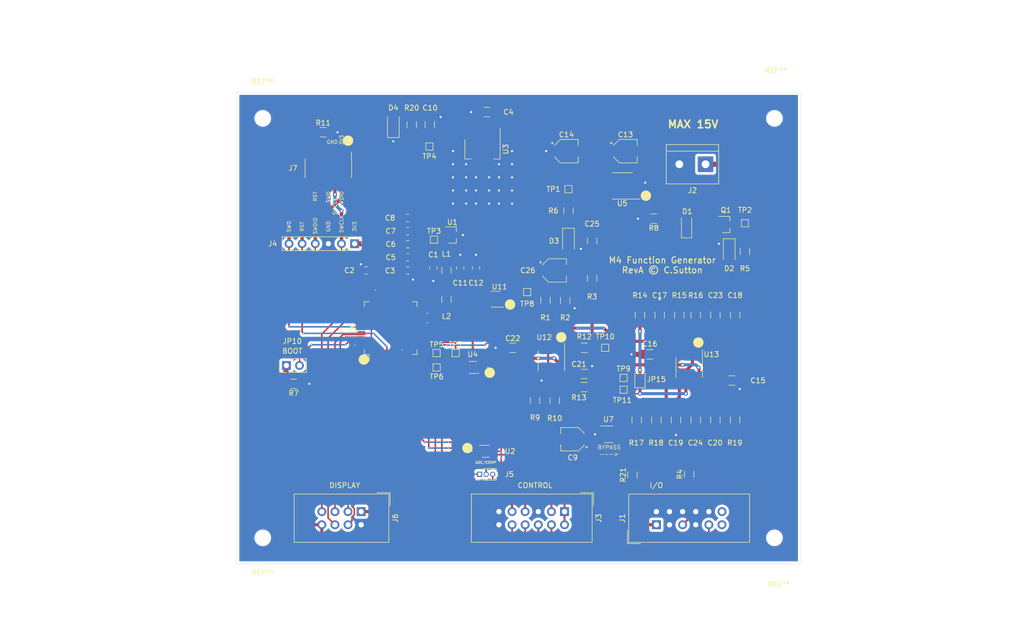
<source format=kicad_pcb>
(kicad_pcb (version 20171130) (host pcbnew 5.1.5-52549c5~84~ubuntu18.04.1)
  (layers (0 F.Cu signal) (31 B.Cu signal) (34 B.Paste user) (35 F.Paste user) (36 B.SilkS user) (37 F.SilkS user) (38 B.Mask user) (39 F.Mask user) (44 Edge.Cuts user))
  (net 0 "")
  (net 1 /PSU/3V3REF)
  (net 2 "Net-(C11-Pad2)")
  (net 3 "Net-(C13-Pad2)")
  (net 4 "Net-(C13-Pad1)")
  (net 5 /-5V)
  (net 6 "Net-(C17-Pad2)")
  (net 7 "Net-(C18-Pad2)")
  (net 8 "Net-(C18-Pad1)")
  (net 9 "Net-(C19-Pad2)")
  (net 10 "Net-(C20-Pad2)")
  (net 11 /FUNC_SIG_OUT)
  (net 12 "Net-(C26-Pad2)")
  (net 13 "Net-(C26-Pad1)")
  (net 14 "Net-(D1-Pad2)")
  (net 15 /TRIG_SIG_IN)
  (net 16 /FUNC_SYNC_OUT)
  (net 17 /PSU/VIN)
  (net 18 /MCU/BTN4)
  (net 19 /MCU/ENC_SW)
  (net 20 /MCU/BTN3)
  (net 21 /MCU/BTN2)
  (net 22 /MCU/ENC_B)
  (net 23 /MCU/BTN1)
  (net 24 /MCU/ENC_A)
  (net 25 /MCU/T_SWO)
  (net 26 /MCU/T_NRST)
  (net 27 /MCU/T_SWDIO)
  (net 28 /MCU/T_SWCLK)
  (net 29 /MCU/COMP1_INP)
  (net 30 /MCU/TFT_SCK)
  (net 31 /MCU/TFT_MOSI)
  (net 32 /MCU/TFT_DC)
  (net 33 /MCU/TFT_RST)
  (net 34 /MCU/TFT_CS)
  (net 35 "Net-(J7-Pad14)")
  (net 36 "Net-(J7-Pad13)")
  (net 37 "Net-(J7-Pad11)")
  (net 38 "Net-(J7-Pad10)")
  (net 39 "Net-(J7-Pad9)")
  (net 40 "Net-(J7-Pad2)")
  (net 41 "Net-(J7-Pad1)")
  (net 42 /MCU/FUNC1_SIG)
  (net 43 /MCU/FUNC1_DCBIAS)
  (net 44 "Net-(JP10-Pad2)")
  (net 45 "Net-(JP10-Pad1)")
  (net 46 "Net-(L2-Pad2)")
  (net 47 "Net-(R1-Pad1)")
  (net 48 /AnalogOutput/DCBIAS)
  (net 49 "Net-(R9-Pad2)")
  (net 50 "Net-(R10-Pad2)")
  (net 51 "Net-(R10-Pad1)")
  (net 52 "Net-(R12-Pad2)")
  (net 53 /MCU/CH1_MUX)
  (net 54 "Net-(U6-Pad58)")
  (net 55 "Net-(U6-Pad57)")
  (net 56 "Net-(U6-Pad55)")
  (net 57 "Net-(U6-Pad53)")
  (net 58 "Net-(U6-Pad51)")
  (net 59 "Net-(U6-Pad44)")
  (net 60 "Net-(U6-Pad43)")
  (net 61 "Net-(U6-Pad41)")
  (net 62 "Net-(U6-Pad40)")
  (net 63 /AnalogOutput/SG2_IN)
  (net 64 "Net-(U6-Pad37)")
  (net 65 "Net-(U6-Pad36)")
  (net 66 "Net-(U6-Pad35)")
  (net 67 "Net-(U6-Pad34)")
  (net 68 "Net-(U6-Pad33)")
  (net 69 "Net-(U6-Pad30)")
  (net 70 "Net-(U6-Pad26)")
  (net 71 /AnalogOutput/SG1_IN)
  (net 72 /AnalogOutput/SG0_IN)
  (net 73 "Net-(U6-Pad21)")
  (net 74 /AnalogOutput/DCBIAS_INVERT_IN)
  (net 75 "Net-(U6-Pad2)")
  (net 76 "Net-(U12-Pad3)")
  (net 77 GNDS)
  (net 78 /+3V3)
  (net 79 /+5V)
  (net 80 "Net-(U6-Pad46)")
  (net 81 "Net-(U6-Pad45)")
  (net 82 "Net-(U6-Pad39)")
  (net 83 "Net-(J5-Pad2)")
  (net 84 "Net-(U6-Pad25)")
  (net 85 /MCU/ADC_IN3)
  (net 86 /MCU/TIM2_TF1FP1)
  (net 87 "Net-(U6-Pad42)")
  (net 88 "Net-(U6-Pad38)")
  (net 89 "Net-(C20-Pad1)")
  (net 90 "Net-(U5-Pad7)")
  (net 91 "Net-(U5-Pad6)")
  (net 92 "Net-(D2-Pad2)")
  (net 93 "Net-(D3-Pad1)")
  (net 94 "Net-(D4-Pad2)")
  (net 95 /MCU/FUNC1_SYNC)
  (net 96 "Net-(C9-Pad1)")
  (net 97 "Net-(R21-Pad2)")
  (module Connector_IDC:IDC-Header_2x06_P2.54mm_Vertical (layer F.Cu) (at 177.8 127 90)
    (fp_text reference J1 (at 1.27 -6.604 90) (layer F.SilkS))
    (fp_text value Conn_02x05_Odd_Even)
    (pad 12 thru_hole oval (at 2.54 12.7 90) (size 1.7272 1.7272) (drill 1.016) (layers *.Cu *.Mask))
    (pad 11 thru_hole oval (at 0 12.7 90) (size 1.7272 1.7272) (drill 1.016) (layers *.Cu *.Mask))
    (pad 10 thru_hole oval (at 2.54 10.16 90) (size 1.7272 1.7272) (drill 1.016) (layers *.Cu *.Mask) (net 77 GNDS))
    (pad 9 thru_hole oval (at 0 10.16 90) (size 1.7272 1.7272) (drill 1.016) (layers *.Cu *.Mask) (net 15 /TRIG_SIG_IN))
    (pad 8 thru_hole oval (at 2.54 7.62 90) (size 1.7272 1.7272) (drill 1.016) (layers *.Cu *.Mask) (net 77 GNDS))
    (pad 7 thru_hole oval (at 0 7.62 90) (size 1.7272 1.7272) (drill 1.016) (layers *.Cu *.Mask) (net 77 GNDS))
    (pad 6 thru_hole oval (at 2.54 5.08 90) (size 1.7272 1.7272) (drill 1.016) (layers *.Cu *.Mask) (net 77 GNDS))
    (pad 5 thru_hole oval (at 0 5.08 90) (size 1.7272 1.7272) (drill 1.016) (layers *.Cu *.Mask) (net 11 /FUNC_SIG_OUT))
    (pad 4 thru_hole oval (at 2.54 2.54 90) (size 1.7272 1.7272) (drill 1.016) (layers *.Cu *.Mask) (net 77 GNDS))
    (pad 3 thru_hole oval (at 0 2.54 90) (size 1.7272 1.7272) (drill 1.016) (layers *.Cu *.Mask) (net 77 GNDS))
    (pad 2 thru_hole oval (at 2.54 0 90) (size 1.7272 1.7272) (drill 1.016) (layers *.Cu *.Mask) (net 77 GNDS))
    (pad 1 thru_hole rect (at 0 0 90) (size 1.7272 1.7272) (drill 1.016) (layers *.Cu *.Mask) (net 16 /FUNC_SYNC_OUT))
  )
  (module Package_TO_SOT_SMD:SOT-23-5 (layer F.Cu) (at 168.529 109.474)
    (fp_text reference U7 (at 0 -2.9) (layer F.SilkS))
    (fp_text value MCP601-xOT)
    (pad 5 smd rect (at 1.1 -0.95) (size 1.06 0.65) (layers F.Cu F.Paste F.Mask) (net 79 /+5V))
    (pad 4 smd rect (at 1.1 0.95) (size 1.06 0.65) (layers F.Cu F.Paste F.Mask) (net 97 "Net-(R21-Pad2)"))
    (pad 3 smd rect (at -1.1 0.95) (size 1.06 0.65) (layers F.Cu F.Paste F.Mask) (net 96 "Net-(C9-Pad1)"))
    (pad 2 smd rect (at -1.1 0) (size 1.06 0.65) (layers F.Cu F.Paste F.Mask) (net 77 GNDS))
    (pad 1 smd rect (at -1.1 -0.95) (size 1.06 0.65) (layers F.Cu F.Paste F.Mask) (net 97 "Net-(R21-Pad2)"))
  )
  (module Resistor_SMD:R_1206_3216Metric_Pad1.42x1.75mm_HandSolder (layer F.Cu) (at 173.1645 117.348 90)
    (fp_text reference R21 (at 0 -1.82 90) (layer F.SilkS))
    (fp_text value 50R)
    (pad 2 smd roundrect (at 1.4875 0 90) (size 1.425 1.75) (layers F.Cu F.Paste F.Mask) (roundrect_rratio 0.175439) (net 97 "Net-(R21-Pad2)"))
    (pad 1 smd roundrect (at -1.4875 0 90) (size 1.425 1.75) (layers F.Cu F.Paste F.Mask) (roundrect_rratio 0.175439) (net 16 /FUNC_SYNC_OUT))
  )
  (module Capacitor_SMD:CP_Elec_4x5.7 (layer F.Cu) (at 161.544 110.4265 180)
    (fp_text reference C9 (at -0.0635 -3.556) (layer F.SilkS))
    (fp_text value 10uF)
    (pad 2 smd roundrect (at 1.8 0 180) (size 2.6 1.6) (layers F.Cu F.Paste F.Mask) (roundrect_rratio 0.15625) (net 95 /MCU/FUNC1_SYNC))
    (pad 1 smd roundrect (at -1.8 0 180) (size 2.6 1.6) (layers F.Cu F.Paste F.Mask) (roundrect_rratio 0.15625) (net 96 "Net-(C9-Pad1)"))
  )
  (module Resistor_SMD:R_1206_3216Metric_Pad1.42x1.75mm_HandSolder (layer F.Cu) (at 130.429 49.53 90)
    (fp_text reference R20 (at 3.302 0 180) (layer F.SilkS))
    (fp_text value 470R)
    (pad 2 smd roundrect (at 1.4875 0 90) (size 1.425 1.75) (layers F.Cu F.Paste F.Mask) (roundrect_rratio 0.175439) (net 94 "Net-(D4-Pad2)"))
    (pad 1 smd roundrect (at -1.4875 0 90) (size 1.425 1.75) (layers F.Cu F.Paste F.Mask) (roundrect_rratio 0.175439) (net 78 /+3V3))
  )
  (module Resistor_SMD:R_1206_3216Metric_Pad1.42x1.75mm_HandSolder (layer F.Cu) (at 160.782 66.167 270)
    (fp_text reference R6 (at 0 2.921 180) (layer F.SilkS))
    (fp_text value 470R)
    (pad 2 smd roundrect (at 1.4875 0 270) (size 1.425 1.75) (layers F.Cu F.Paste F.Mask) (roundrect_rratio 0.175439) (net 93 "Net-(D3-Pad1)"))
    (pad 1 smd roundrect (at -1.4875 0 270) (size 1.425 1.75) (layers F.Cu F.Paste F.Mask) (roundrect_rratio 0.175439) (net 5 /-5V))
  )
  (module Resistor_SMD:R_1206_3216Metric_Pad1.42x1.75mm_HandSolder (layer F.Cu) (at 194.945 74.041 270)
    (fp_text reference R5 (at 3.302 0 180) (layer F.SilkS))
    (fp_text value 470R)
    (pad 2 smd roundrect (at 1.4875 0 270) (size 1.425 1.75) (layers F.Cu F.Paste F.Mask) (roundrect_rratio 0.175439) (net 92 "Net-(D2-Pad2)"))
    (pad 1 smd roundrect (at -1.4875 0 270) (size 1.425 1.75) (layers F.Cu F.Paste F.Mask) (roundrect_rratio 0.175439) (net 79 /+5V))
  )
  (module LED_SMD:LED_1206_3216Metric_Pad1.42x1.75mm_HandSolder (layer F.Cu) (at 126.873 49.53 90)
    (fp_text reference D4 (at 3.302 0 180) (layer F.SilkS))
    (fp_text value LED)
    (pad 2 smd roundrect (at 1.4875 0 90) (size 1.425 1.75) (layers F.Cu F.Paste F.Mask) (roundrect_rratio 0.175439) (net 94 "Net-(D4-Pad2)"))
    (pad 1 smd roundrect (at -1.4875 0 90) (size 1.425 1.75) (layers F.Cu F.Paste F.Mask) (roundrect_rratio 0.175439) (net 77 GNDS))
  )
  (module LED_SMD:LED_1206_3216Metric_Pad1.42x1.75mm_HandSolder (layer F.Cu) (at 160.782 72.009 270)
    (fp_text reference D3 (at 0 2.794 180) (layer F.SilkS))
    (fp_text value LED)
    (pad 2 smd roundrect (at 1.4875 0 270) (size 1.425 1.75) (layers F.Cu F.Paste F.Mask) (roundrect_rratio 0.175439) (net 77 GNDS))
    (pad 1 smd roundrect (at -1.4875 0 270) (size 1.425 1.75) (layers F.Cu F.Paste F.Mask) (roundrect_rratio 0.175439) (net 93 "Net-(D3-Pad1)"))
  )
  (module LED_SMD:LED_1206_3216Metric_Pad1.42x1.75mm_HandSolder (layer F.Cu) (at 191.897 74.041 270)
    (fp_text reference D2 (at 3.302 0 180) (layer F.SilkS))
    (fp_text value LED)
    (pad 2 smd roundrect (at 1.4875 0 270) (size 1.425 1.75) (layers F.Cu F.Paste F.Mask) (roundrect_rratio 0.175439) (net 92 "Net-(D2-Pad2)"))
    (pad 1 smd roundrect (at -1.4875 0 270) (size 1.425 1.75) (layers F.Cu F.Paste F.Mask) (roundrect_rratio 0.175439) (net 77 GNDS))
  )
  (module Package_SO:SOIC-8_3.9x4.9mm_P1.27mm (layer F.Cu) (at 171.196 61.341 180)
    (fp_text reference U5 (at 0 -3.4) (layer F.SilkS))
    (fp_text value TC7662Bx0A)
    (pad 8 smd roundrect (at 2.475 -1.905 180) (size 1.95 0.6) (layers F.Cu F.Paste F.Mask) (net 79 /+5V))
    (pad 7 smd roundrect (at 2.475 -0.635 180) (size 1.95 0.6) (layers F.Cu F.Paste F.Mask) (net 90 "Net-(U5-Pad7)"))
    (pad 6 smd roundrect (at 2.475 0.635 180) (size 1.95 0.6) (layers F.Cu F.Paste F.Mask) (net 91 "Net-(U5-Pad6)"))
    (pad 5 smd roundrect (at 2.475 1.905 180) (size 1.95 0.6) (layers F.Cu F.Paste F.Mask) (net 5 /-5V))
    (pad 4 smd roundrect (at -2.475 1.905 180) (size 1.95 0.6) (layers F.Cu F.Paste F.Mask) (net 3 "Net-(C13-Pad2)"))
    (pad 3 smd roundrect (at -2.475 0.635 180) (size 1.95 0.6) (layers F.Cu F.Paste F.Mask) (net 77 GNDS))
    (pad 2 smd roundrect (at -2.475 -0.635 180) (size 1.95 0.6) (layers F.Cu F.Paste F.Mask) (net 4 "Net-(C13-Pad1)"))
    (pad 1 smd roundrect (at -2.475 -1.905 180) (size 1.95 0.6) (layers F.Cu F.Paste F.Mask) (net 79 /+5V))
  )
  (module Package_TO_SOT_SMD:SOT-23 (layer F.Cu) (at 138.303 70.866)
    (fp_text reference U1 (at 0 -2.5) (layer F.SilkS))
    (fp_text value NCP51460SN33T1G)
    (pad 3 smd rect (at 1 0) (size 0.9 0.8) (layers F.Cu F.Paste F.Mask) (net 77 GNDS))
    (pad 2 smd rect (at -1 0.95) (size 0.9 0.8) (layers F.Cu F.Paste F.Mask) (net 1 /PSU/3V3REF))
    (pad 1 smd rect (at -1 -0.95) (size 0.9 0.8) (layers F.Cu F.Paste F.Mask) (net 79 /+5V))
  )
  (module Package_TO_SOT_SMD:SOT-223-3_TabPin2 (layer F.Cu) (at 144.145 54.229 270)
    (fp_text reference U3 (at 0 -4.5 90) (layer F.SilkS))
    (fp_text value MCP1703A-3302_SOT223)
    (pad 1 smd rect (at -3.15 -2.3 270) (size 2 1.5) (layers F.Cu F.Paste F.Mask) (net 79 /+5V))
    (pad 3 smd rect (at -3.15 2.3 270) (size 2 1.5) (layers F.Cu F.Paste F.Mask) (net 78 /+3V3))
    (pad 2 smd rect (at -3.15 0 270) (size 2 1.5) (layers F.Cu F.Paste F.Mask) (net 77 GNDS))
    (pad 2 smd rect (at 3.15 0 270) (size 2 3.8) (layers F.Cu F.Paste F.Mask) (net 77 GNDS))
  )
  (module MountingHole:MountingHole_2.2mm_M2 (layer F.Cu) (at 200.66 129.54)
    (fp_text reference REF** (at 0.889 9.017) (layer F.SilkS))
    (fp_text value MountingHole_2.2mm_M2)
    (pad 1 np_thru_hole circle (at 0 0) (size 2.2 2.2) (drill 2.2) (layers *.Cu *.Mask))
  )
  (module MountingHole:MountingHole_2.2mm_M2 (layer F.Cu) (at 101.6 129.54)
    (fp_text reference REF** (at 0 6.731) (layer F.SilkS))
    (fp_text value MountingHole_2.2mm_M2)
    (pad 1 np_thru_hole circle (at 0 0) (size 2.2 2.2) (drill 2.2) (layers *.Cu *.Mask))
  )
  (module MountingHole:MountingHole_2.2mm_M2 (layer F.Cu) (at 101.6 48.26)
    (fp_text reference REF** (at 0 -7.112) (layer F.SilkS))
    (fp_text value MountingHole_2.2mm_M2)
    (pad 1 np_thru_hole circle (at 0 0) (size 2.2 2.2) (drill 2.2) (layers *.Cu *.Mask))
  )
  (module MountingHole:MountingHole_2.2mm_M2 (layer F.Cu) (at 200.66 48.26)
    (fp_text reference REF** (at 0.254 -9.271) (layer F.SilkS))
    (fp_text value MountingHole_2.2mm_M2)
    (pad 1 np_thru_hole circle (at 0 0) (size 2.2 2.2) (drill 2.2) (layers *.Cu *.Mask))
  )
  (module Resistor_SMD:R_1206_3216Metric_Pad1.42x1.75mm_HandSolder (layer F.Cu) (at 184.15 117.221 90)
    (fp_text reference R4 (at 0 -1.82 90) (layer F.SilkS))
    (fp_text value 50R)
    (pad 2 smd roundrect (at 1.4875 0 90) (size 1.425 1.75) (layers F.Cu F.Paste F.Mask) (roundrect_rratio 0.175439) (net 89 "Net-(C20-Pad1)"))
    (pad 1 smd roundrect (at -1.4875 0 90) (size 1.425 1.75) (layers F.Cu F.Paste F.Mask) (roundrect_rratio 0.175439) (net 11 /FUNC_SIG_OUT))
  )
  (module Connector_IDC:IDC-Header_2x06_P2.54mm_Vertical (layer F.Cu) (at 160.02 124.46 270)
    (fp_text reference J3 (at 1.27 -6.604 90) (layer F.SilkS))
    (fp_text value Conn_02x06_Odd_Even)
    (pad 12 thru_hole oval (at 2.54 12.7 270) (size 1.7272 1.7272) (drill 1.016) (layers *.Cu *.Mask) (net 77 GNDS))
    (pad 11 thru_hole oval (at 0 12.7 270) (size 1.7272 1.7272) (drill 1.016) (layers *.Cu *.Mask) (net 77 GNDS))
    (pad 10 thru_hole oval (at 2.54 10.16 270) (size 1.7272 1.7272) (drill 1.016) (layers *.Cu *.Mask) (net 18 /MCU/BTN4))
    (pad 9 thru_hole oval (at 0 10.16 270) (size 1.7272 1.7272) (drill 1.016) (layers *.Cu *.Mask) (net 24 /MCU/ENC_A))
    (pad 8 thru_hole oval (at 2.54 7.62 270) (size 1.7272 1.7272) (drill 1.016) (layers *.Cu *.Mask) (net 20 /MCU/BTN3))
    (pad 7 thru_hole oval (at 0 7.62 270) (size 1.7272 1.7272) (drill 1.016) (layers *.Cu *.Mask) (net 22 /MCU/ENC_B))
    (pad 6 thru_hole oval (at 2.54 5.08 270) (size 1.7272 1.7272) (drill 1.016) (layers *.Cu *.Mask) (net 21 /MCU/BTN2))
    (pad 5 thru_hole oval (at 0 5.08 270) (size 1.7272 1.7272) (drill 1.016) (layers *.Cu *.Mask) (net 77 GNDS))
    (pad 4 thru_hole oval (at 2.54 2.54 270) (size 1.7272 1.7272) (drill 1.016) (layers *.Cu *.Mask) (net 23 /MCU/BTN1))
    (pad 3 thru_hole oval (at 0 2.54 270) (size 1.7272 1.7272) (drill 1.016) (layers *.Cu *.Mask) (net 19 /MCU/ENC_SW))
    (pad 2 thru_hole oval (at 2.54 0 270) (size 1.7272 1.7272) (drill 1.016) (layers *.Cu *.Mask) (net 78 /+3V3))
    (pad 1 thru_hole rect (at 0 0 270) (size 1.7272 1.7272) (drill 1.016) (layers *.Cu *.Mask) (net 78 /+3V3))
  )
  (module TestPoint:TestPoint_Pad_1.0x1.0mm (layer F.Cu) (at 171.45 100.838 180)
    (fp_text reference TP11 (at 0.254 -2.032) (layer F.SilkS))
    (fp_text value TestPoint)
    (pad 1 smd rect (at 0 0 180) (size 1 1) (layers F.Cu F.Mask) (net 89 "Net-(C20-Pad1)"))
  )
  (module TestPoint:TestPoint_Pad_1.0x1.0mm (layer F.Cu) (at 167.894 92.71)
    (fp_text reference TP10 (at 0 -2.159) (layer F.SilkS))
    (fp_text value TestPoint)
    (pad 1 smd rect (at 0 0) (size 1 1) (layers F.Cu F.Mask) (net 48 /AnalogOutput/DCBIAS))
  )
  (module TestPoint:TestPoint_Pad_1.0x1.0mm (layer F.Cu) (at 171.45 98.552)
    (fp_text reference TP9 (at 0 -1.778) (layer F.SilkS))
    (fp_text value TestPoint)
    (pad 1 smd rect (at 0 0) (size 1 1) (layers F.Cu F.Mask) (net 12 "Net-(C26-Pad2)"))
  )
  (module TestPoint:TestPoint_Pad_1.0x1.0mm (layer F.Cu) (at 152.781 81.915)
    (fp_text reference TP8 (at 0 2.286) (layer F.SilkS))
    (fp_text value TestPoint)
    (pad 1 smd rect (at 0 0) (size 1 1) (layers F.Cu F.Mask) (net 47 "Net-(R1-Pad1)"))
  )
  (module TestPoint:TestPoint_Pad_1.0x1.0mm (layer F.Cu) (at 138.938 93.726)
    (fp_text reference TP7 (at 0 -1.651) (layer F.SilkS))
    (fp_text value TestPoint)
    (pad 1 smd rect (at 0 0) (size 1 1) (layers F.Cu F.Mask) (net 43 /MCU/FUNC1_DCBIAS))
  )
  (module TestPoint:TestPoint_Pad_1.0x1.0mm (layer F.Cu) (at 135.255 96.52 180)
    (fp_text reference TP6 (at 0 -1.778) (layer F.SilkS))
    (fp_text value TestPoint)
    (pad 1 smd rect (at 0 0 180) (size 1 1) (layers F.Cu F.Mask) (net 74 /AnalogOutput/DCBIAS_INVERT_IN))
  )
  (module TestPoint:TestPoint_Pad_1.0x1.0mm (layer F.Cu) (at 135.255 93.726)
    (fp_text reference TP5 (at 0 -1.651) (layer F.SilkS))
    (fp_text value TestPoint)
    (pad 1 smd rect (at 0 0) (size 1 1) (layers F.Cu F.Mask) (net 42 /MCU/FUNC1_SIG))
  )
  (module TestPoint:TestPoint_Pad_1.0x1.0mm (layer F.Cu) (at 133.858 53.721 270)
    (fp_text reference TP4 (at 1.905 0 180) (layer F.SilkS))
    (fp_text value TestPoint)
    (pad 1 smd rect (at 0 0 270) (size 1 1) (layers F.Cu F.Mask) (net 78 /+3V3))
  )
  (module TestPoint:TestPoint_Pad_1.0x1.0mm (layer F.Cu) (at 134.747 71.755)
    (fp_text reference TP3 (at 0 -1.651) (layer F.SilkS))
    (fp_text value TestPoint)
    (pad 1 smd rect (at 0 0) (size 1 1) (layers F.Cu F.Mask) (net 1 /PSU/3V3REF))
  )
  (module TestPoint:TestPoint_Pad_1.0x1.0mm (layer F.Cu) (at 194.945 68.58)
    (fp_text reference TP2 (at 0 -2.54) (layer F.SilkS))
    (fp_text value TestPoint)
    (pad 1 smd rect (at 0 0) (size 1 1) (layers F.Cu F.Mask) (net 79 /+5V))
  )
  (module TestPoint:TestPoint_Pad_1.0x1.0mm (layer F.Cu) (at 160.782 61.976)
    (fp_text reference TP1 (at -2.921 0) (layer F.SilkS))
    (fp_text value TestPoint)
    (pad 1 smd rect (at 0 0) (size 1 1) (layers F.Cu F.Mask) (net 5 /-5V))
  )
  (module Capacitor_SMD:C_1206_3216Metric_Pad1.42x1.75mm_HandSolder (layer F.Cu) (at 144.9832 47.0408 180)
    (fp_text reference C4 (at -4.191 0) (layer F.SilkS))
    (fp_text value 1uF)
    (pad 2 smd roundrect (at 1.4875 0 180) (size 1.425 1.75) (layers F.Cu F.Paste F.Mask) (roundrect_rratio 0.175439) (net 77 GNDS))
    (pad 1 smd roundrect (at -1.4875 0 180) (size 1.425 1.75) (layers F.Cu F.Paste F.Mask) (roundrect_rratio 0.175439) (net 79 /+5V))
  )
  (module Capacitor_SMD:C_1206_3216Metric_Pad1.42x1.75mm_HandSolder (layer F.Cu) (at 133.9342 49.4792 90)
    (fp_text reference C10 (at 3.2512 0.0508 180) (layer F.SilkS))
    (fp_text value 1uF)
    (pad 2 smd roundrect (at 1.4875 0 90) (size 1.425 1.75) (layers F.Cu F.Paste F.Mask) (roundrect_rratio 0.175439) (net 77 GNDS))
    (pad 1 smd roundrect (at -1.4875 0 90) (size 1.425 1.75) (layers F.Cu F.Paste F.Mask) (roundrect_rratio 0.175439) (net 78 /+3V3))
  )
  (module Package_TO_SOT_SMD:SOT-363_SC-70-6_Handsoldering (layer F.Cu) (at 142.24 96.52 180)
    (fp_text reference U4 (at 0 2.54) (layer F.SilkS))
    (fp_text value SN74LVC1G3157DCKR)
    (pad 6 smd rect (at 1.33 -0.65 180) (size 1.5 0.4) (layers F.Cu F.Paste F.Mask) (net 74 /AnalogOutput/DCBIAS_INVERT_IN))
    (pad 5 smd rect (at 1.33 0 180) (size 1.5 0.4) (layers F.Cu F.Paste F.Mask) (net 79 /+5V))
    (pad 4 smd rect (at 1.33 0.65 180) (size 1.5 0.4) (layers F.Cu F.Paste F.Mask) (net 43 /MCU/FUNC1_DCBIAS))
    (pad 3 smd rect (at -1.33 0.65 180) (size 1.5 0.4) (layers F.Cu F.Paste F.Mask) (net 76 "Net-(U12-Pad3)"))
    (pad 2 smd rect (at -1.33 0 180) (size 1.5 0.4) (layers F.Cu F.Paste F.Mask) (net 77 GNDS))
    (pad 1 smd rect (at -1.33 -0.65 180) (size 1.5 0.4) (layers F.Cu F.Paste F.Mask) (net 49 "Net-(R9-Pad2)"))
  )
  (module Package_TO_SOT_SMD:SOT-363_SC-70-6_Handsoldering (layer F.Cu) (at 144.78 112.776)
    (fp_text reference U2 (at 4.699 0) (layer F.SilkS))
    (fp_text value SN74LVC1G3157DCKR)
    (pad 6 smd rect (at 1.33 -0.65) (size 1.5 0.4) (layers F.Cu F.Paste F.Mask) (net 53 /MCU/CH1_MUX))
    (pad 5 smd rect (at 1.33 0) (size 1.5 0.4) (layers F.Cu F.Paste F.Mask) (net 78 /+3V3))
    (pad 4 smd rect (at 1.33 0.65) (size 1.5 0.4) (layers F.Cu F.Paste F.Mask) (net 15 /TRIG_SIG_IN))
    (pad 3 smd rect (at -1.33 0.65) (size 1.5 0.4) (layers F.Cu F.Paste F.Mask) (net 83 "Net-(J5-Pad2)"))
    (pad 2 smd rect (at -1.33 0) (size 1.5 0.4) (layers F.Cu F.Paste F.Mask) (net 77 GNDS))
    (pad 1 smd rect (at -1.33 -0.65) (size 1.5 0.4) (layers F.Cu F.Paste F.Mask) (net 86 /MCU/TIM2_TF1FP1))
  )
  (module Diode_SMD:D_SOD-123F (layer F.Cu) (at 183.642 69.215 90)
    (fp_text reference D1 (at 2.921 0.127 180) (layer F.SilkS))
    (fp_text value 10V)
    (pad 2 smd rect (at 1.4 0 90) (size 1.1 1.1) (layers F.Cu F.Paste F.Mask) (net 14 "Net-(D1-Pad2)"))
    (pad 1 smd rect (at -1.4 0 90) (size 1.1 1.1) (layers F.Cu F.Paste F.Mask) (net 79 /+5V))
  )
  (module Capacitor_SMD:C_0805_2012Metric_Pad1.15x1.40mm_HandSolder (layer F.Cu) (at 142.875 77.216 270)
    (fp_text reference C12 (at 2.921 0 180) (layer F.SilkS))
    (fp_text value 100nF)
    (pad 2 smd roundrect (at 1.025 0 270) (size 1.15 1.4) (layers F.Cu F.Paste F.Mask) (roundrect_rratio 0.217391) (net 2 "Net-(C11-Pad2)"))
    (pad 1 smd roundrect (at -1.025 0 270) (size 1.15 1.4) (layers F.Cu F.Paste F.Mask) (roundrect_rratio 0.217391) (net 77 GNDS))
  )
  (module Capacitor_SMD:C_0805_2012Metric_Pad1.15x1.40mm_HandSolder (layer F.Cu) (at 139.827 77.216 270)
    (fp_text reference C11 (at 2.921 0 180) (layer F.SilkS))
    (fp_text value 1uF)
    (pad 2 smd roundrect (at 1.025 0 270) (size 1.15 1.4) (layers F.Cu F.Paste F.Mask) (roundrect_rratio 0.217391) (net 2 "Net-(C11-Pad2)"))
    (pad 1 smd roundrect (at -1.025 0 270) (size 1.15 1.4) (layers F.Cu F.Paste F.Mask) (roundrect_rratio 0.217391) (net 77 GNDS))
  )
  (module Capacitor_SMD:C_0805_2012Metric_Pad1.15x1.40mm_HandSolder (layer F.Cu) (at 129.667 67.564)
    (fp_text reference C8 (at -3.429 0) (layer F.SilkS))
    (fp_text value 100nF)
    (pad 2 smd roundrect (at 1.025 0) (size 1.15 1.4) (layers F.Cu F.Paste F.Mask) (roundrect_rratio 0.217391) (net 77 GNDS))
    (pad 1 smd roundrect (at -1.025 0) (size 1.15 1.4) (layers F.Cu F.Paste F.Mask) (roundrect_rratio 0.217391) (net 78 /+3V3))
  )
  (module Capacitor_SMD:C_0805_2012Metric_Pad1.15x1.40mm_HandSolder (layer F.Cu) (at 129.667 70.104)
    (fp_text reference C7 (at -3.302 0) (layer F.SilkS))
    (fp_text value 100nF)
    (pad 2 smd roundrect (at 1.025 0) (size 1.15 1.4) (layers F.Cu F.Paste F.Mask) (roundrect_rratio 0.217391) (net 77 GNDS))
    (pad 1 smd roundrect (at -1.025 0) (size 1.15 1.4) (layers F.Cu F.Paste F.Mask) (roundrect_rratio 0.217391) (net 78 /+3V3))
  )
  (module Capacitor_SMD:C_0805_2012Metric_Pad1.15x1.40mm_HandSolder (layer F.Cu) (at 129.667 72.644)
    (fp_text reference C6 (at -3.302 0) (layer F.SilkS))
    (fp_text value 100nF)
    (pad 2 smd roundrect (at 1.025 0) (size 1.15 1.4) (layers F.Cu F.Paste F.Mask) (roundrect_rratio 0.217391) (net 77 GNDS))
    (pad 1 smd roundrect (at -1.025 0) (size 1.15 1.4) (layers F.Cu F.Paste F.Mask) (roundrect_rratio 0.217391) (net 78 /+3V3))
  )
  (module Capacitor_SMD:C_0805_2012Metric_Pad1.15x1.40mm_HandSolder (layer F.Cu) (at 129.667 75.184)
    (fp_text reference C5 (at -3.302 0) (layer F.SilkS))
    (fp_text value 100nF)
    (pad 2 smd roundrect (at 1.025 0) (size 1.15 1.4) (layers F.Cu F.Paste F.Mask) (roundrect_rratio 0.217391) (net 77 GNDS))
    (pad 1 smd roundrect (at -1.025 0) (size 1.15 1.4) (layers F.Cu F.Paste F.Mask) (roundrect_rratio 0.217391) (net 78 /+3V3))
  )
  (module Capacitor_SMD:C_0805_2012Metric_Pad1.15x1.40mm_HandSolder (layer F.Cu) (at 129.667 77.724)
    (fp_text reference C3 (at -3.429 0.0635) (layer F.SilkS))
    (fp_text value 4.7uF)
    (pad 2 smd roundrect (at 1.025 0) (size 1.15 1.4) (layers F.Cu F.Paste F.Mask) (roundrect_rratio 0.217391) (net 77 GNDS))
    (pad 1 smd roundrect (at -1.025 0) (size 1.15 1.4) (layers F.Cu F.Paste F.Mask) (roundrect_rratio 0.217391) (net 78 /+3V3))
  )
  (module Capacitor_SMD:C_0805_2012Metric_Pad1.15x1.40mm_HandSolder (layer F.Cu) (at 121.6025 77.724 180)
    (fp_text reference C2 (at 3.2385 0) (layer F.SilkS))
    (fp_text value 1uF)
    (pad 2 smd roundrect (at 1.025 0 180) (size 1.15 1.4) (layers F.Cu F.Paste F.Mask) (roundrect_rratio 0.217391) (net 77 GNDS))
    (pad 1 smd roundrect (at -1.025 0 180) (size 1.15 1.4) (layers F.Cu F.Paste F.Mask) (roundrect_rratio 0.217391) (net 78 /+3V3))
  )
  (module Capacitor_SMD:C_0805_2012Metric_Pad1.15x1.40mm_HandSolder (layer F.Cu) (at 134.62 77.216 270)
    (fp_text reference C1 (at -2.54 0 180) (layer F.SilkS))
    (fp_text value 100nF)
    (pad 2 smd roundrect (at 1.025 0 270) (size 1.15 1.4) (layers F.Cu F.Paste F.Mask) (roundrect_rratio 0.217391) (net 77 GNDS))
    (pad 1 smd roundrect (at -1.025 0 270) (size 1.15 1.4) (layers F.Cu F.Paste F.Mask) (roundrect_rratio 0.217391) (net 1 /PSU/3V3REF))
  )
  (module Package_SO:SOIC-8_3.9x4.9mm_P1.27mm (layer F.Cu) (at 184.15 96.52 270)
    (fp_text reference U13 (at -2.54 -4.318 180) (layer F.SilkS))
    (fp_text value TL072)
    (pad 8 smd roundrect (at 2.475 -1.905 270) (size 1.95 0.6) (layers F.Cu F.Paste F.Mask) (net 79 /+5V))
    (pad 7 smd roundrect (at 2.475 -0.635 270) (size 1.95 0.6) (layers F.Cu F.Paste F.Mask) (net 89 "Net-(C20-Pad1)"))
    (pad 6 smd roundrect (at 2.475 0.635 270) (size 1.95 0.6) (layers F.Cu F.Paste F.Mask) (net 89 "Net-(C20-Pad1)"))
    (pad 5 smd roundrect (at 2.475 1.905 270) (size 1.95 0.6) (layers F.Cu F.Paste F.Mask) (net 9 "Net-(C19-Pad2)"))
    (pad 4 smd roundrect (at -2.475 1.905 270) (size 1.95 0.6) (layers F.Cu F.Paste F.Mask) (net 5 /-5V))
    (pad 3 smd roundrect (at -2.475 0.635 270) (size 1.95 0.6) (layers F.Cu F.Paste F.Mask) (net 6 "Net-(C17-Pad2)"))
    (pad 2 smd roundrect (at -2.475 -0.635 270) (size 1.95 0.6) (layers F.Cu F.Paste F.Mask) (net 8 "Net-(C18-Pad1)"))
    (pad 1 smd roundrect (at -2.475 -1.905 270) (size 1.95 0.6) (layers F.Cu F.Paste F.Mask) (net 8 "Net-(C18-Pad1)"))
  )
  (module Package_SO:SOIC-8_3.9x4.9mm_P1.27mm (layer F.Cu) (at 157.48 95.25 270)
    (fp_text reference U12 (at -4.572 1.397 180) (layer F.SilkS))
    (fp_text value TL072)
    (pad 8 smd roundrect (at 2.475 -1.905 270) (size 1.95 0.6) (layers F.Cu F.Paste F.Mask) (net 79 /+5V))
    (pad 7 smd roundrect (at 2.475 -0.635 270) (size 1.95 0.6) (layers F.Cu F.Paste F.Mask) (net 51 "Net-(R10-Pad1)"))
    (pad 6 smd roundrect (at 2.475 0.635 270) (size 1.95 0.6) (layers F.Cu F.Paste F.Mask) (net 50 "Net-(R10-Pad2)"))
    (pad 5 smd roundrect (at 2.475 1.905 270) (size 1.95 0.6) (layers F.Cu F.Paste F.Mask) (net 77 GNDS))
    (pad 4 smd roundrect (at -2.475 1.905 270) (size 1.95 0.6) (layers F.Cu F.Paste F.Mask) (net 5 /-5V))
    (pad 3 smd roundrect (at -2.475 0.635 270) (size 1.95 0.6) (layers F.Cu F.Paste F.Mask) (net 76 "Net-(U12-Pad3)"))
    (pad 2 smd roundrect (at -2.475 -0.635 270) (size 1.95 0.6) (layers F.Cu F.Paste F.Mask) (net 52 "Net-(R12-Pad2)"))
    (pad 1 smd roundrect (at -2.475 -1.905 270) (size 1.95 0.6) (layers F.Cu F.Paste F.Mask) (net 52 "Net-(R12-Pad2)"))
  )
  (module Package_TO_SOT_SMD:TSOT-23-8 (layer F.Cu) (at 146.685 83.312 180)
    (fp_text reference U11 (at -0.762 2.413) (layer F.SilkS))
    (fp_text value LTC6910)
    (pad 8 smd rect (at 1.31 -0.97 180) (size 1.22 0.4) (layers F.Cu F.Paste F.Mask) (net 79 /+5V))
    (pad 7 smd rect (at 1.31 -0.33 180) (size 1.22 0.4) (layers F.Cu F.Paste F.Mask) (net 63 /AnalogOutput/SG2_IN))
    (pad 6 smd rect (at 1.31 0.33 180) (size 1.22 0.4) (layers F.Cu F.Paste F.Mask) (net 71 /AnalogOutput/SG1_IN))
    (pad 5 smd rect (at 1.31 0.97 180) (size 1.22 0.4) (layers F.Cu F.Paste F.Mask) (net 72 /AnalogOutput/SG0_IN))
    (pad 4 smd rect (at -1.31 0.97 180) (size 1.22 0.4) (layers F.Cu F.Paste F.Mask) (net 5 /-5V))
    (pad 3 smd rect (at -1.31 0.33 180) (size 1.22 0.4) (layers F.Cu F.Paste F.Mask) (net 42 /MCU/FUNC1_SIG))
    (pad 2 smd rect (at -1.31 -0.33 180) (size 1.22 0.4) (layers F.Cu F.Paste F.Mask) (net 5 /-5V))
    (pad 1 smd rect (at -1.31 -0.97 180) (size 1.22 0.4) (layers F.Cu F.Paste F.Mask) (net 47 "Net-(R1-Pad1)"))
  )
  (module Package_QFP:LQFP-64_10x10mm_P0.5mm (layer F.Cu) (at 126.365 88.9 90)
    (fp_text reference U6 (at 0 -7.4 90) (layer F.SilkS))
    (fp_text value STM32G474RET)
    (pad 64 smd roundrect (at -3.75 -5.675 90) (size 0.3 1.55) (layers F.Cu F.Paste F.Mask) (net 78 /+3V3))
    (pad 63 smd roundrect (at -3.25 -5.675 90) (size 0.3 1.55) (layers F.Cu F.Paste F.Mask) (net 77 GNDS))
    (pad 62 smd roundrect (at -2.75 -5.675 90) (size 0.3 1.55) (layers F.Cu F.Paste F.Mask) (net 33 /MCU/TFT_RST))
    (pad 61 smd roundrect (at -2.25 -5.675 90) (size 0.3 1.55) (layers F.Cu F.Paste F.Mask) (net 44 "Net-(JP10-Pad2)"))
    (pad 60 smd roundrect (at -1.75 -5.675 90) (size 0.3 1.55) (layers F.Cu F.Paste F.Mask) (net 34 /MCU/TFT_CS))
    (pad 59 smd roundrect (at -1.25 -5.675 90) (size 0.3 1.55) (layers F.Cu F.Paste F.Mask) (net 32 /MCU/TFT_DC))
    (pad 58 smd roundrect (at -0.75 -5.675 90) (size 0.3 1.55) (layers F.Cu F.Paste F.Mask) (net 54 "Net-(U6-Pad58)"))
    (pad 57 smd roundrect (at -0.25 -5.675 90) (size 0.3 1.55) (layers F.Cu F.Paste F.Mask) (net 55 "Net-(U6-Pad57)"))
    (pad 56 smd roundrect (at 0.25 -5.675 90) (size 0.3 1.55) (layers F.Cu F.Paste F.Mask) (net 25 /MCU/T_SWO))
    (pad 55 smd roundrect (at 0.75 -5.675 90) (size 0.3 1.55) (layers F.Cu F.Paste F.Mask) (net 56 "Net-(U6-Pad55)"))
    (pad 54 smd roundrect (at 1.25 -5.675 90) (size 0.3 1.55) (layers F.Cu F.Paste F.Mask) (net 31 /MCU/TFT_MOSI))
    (pad 53 smd roundrect (at 1.75 -5.675 90) (size 0.3 1.55) (layers F.Cu F.Paste F.Mask) (net 57 "Net-(U6-Pad53)"))
    (pad 52 smd roundrect (at 2.25 -5.675 90) (size 0.3 1.55) (layers F.Cu F.Paste F.Mask) (net 30 /MCU/TFT_SCK))
    (pad 51 smd roundrect (at 2.75 -5.675 90) (size 0.3 1.55) (layers F.Cu F.Paste F.Mask) (net 58 "Net-(U6-Pad51)"))
    (pad 50 smd roundrect (at 3.25 -5.675 90) (size 0.3 1.55) (layers F.Cu F.Paste F.Mask) (net 28 /MCU/T_SWCLK))
    (pad 49 smd roundrect (at 3.75 -5.675 90) (size 0.3 1.55) (layers F.Cu F.Paste F.Mask) (net 27 /MCU/T_SWDIO))
    (pad 48 smd roundrect (at 5.675 -3.75 90) (size 1.55 0.3) (layers F.Cu F.Paste F.Mask) (net 78 /+3V3))
    (pad 47 smd roundrect (at 5.675 -3.25 90) (size 1.55 0.3) (layers F.Cu F.Paste F.Mask) (net 77 GNDS))
    (pad 46 smd roundrect (at 5.675 -2.75 90) (size 1.55 0.3) (layers F.Cu F.Paste F.Mask) (net 80 "Net-(U6-Pad46)"))
    (pad 45 smd roundrect (at 5.675 -2.25 90) (size 1.55 0.3) (layers F.Cu F.Paste F.Mask) (net 81 "Net-(U6-Pad45)"))
    (pad 44 smd roundrect (at 5.675 -1.75 90) (size 1.55 0.3) (layers F.Cu F.Paste F.Mask) (net 59 "Net-(U6-Pad44)"))
    (pad 43 smd roundrect (at 5.675 -1.25 90) (size 1.55 0.3) (layers F.Cu F.Paste F.Mask) (net 60 "Net-(U6-Pad43)"))
    (pad 42 smd roundrect (at 5.675 -0.75 90) (size 1.55 0.3) (layers F.Cu F.Paste F.Mask) (net 87 "Net-(U6-Pad42)"))
    (pad 41 smd roundrect (at 5.675 -0.25 90) (size 1.55 0.3) (layers F.Cu F.Paste F.Mask) (net 61 "Net-(U6-Pad41)"))
    (pad 40 smd roundrect (at 5.675 0.25 90) (size 1.55 0.3) (layers F.Cu F.Paste F.Mask) (net 62 "Net-(U6-Pad40)"))
    (pad 39 smd roundrect (at 5.675 0.75 90) (size 1.55 0.3) (layers F.Cu F.Paste F.Mask) (net 82 "Net-(U6-Pad39)"))
    (pad 38 smd roundrect (at 5.675 1.25 90) (size 1.55 0.3) (layers F.Cu F.Paste F.Mask) (net 88 "Net-(U6-Pad38)"))
    (pad 37 smd roundrect (at 5.675 1.75 90) (size 1.55 0.3) (layers F.Cu F.Paste F.Mask) (net 64 "Net-(U6-Pad37)"))
    (pad 36 smd roundrect (at 5.675 2.25 90) (size 1.55 0.3) (layers F.Cu F.Paste F.Mask) (net 65 "Net-(U6-Pad36)"))
    (pad 35 smd roundrect (at 5.675 2.75 90) (size 1.55 0.3) (layers F.Cu F.Paste F.Mask) (net 66 "Net-(U6-Pad35)"))
    (pad 34 smd roundrect (at 5.675 3.25 90) (size 1.55 0.3) (layers F.Cu F.Paste F.Mask) (net 67 "Net-(U6-Pad34)"))
    (pad 33 smd roundrect (at 5.675 3.75 90) (size 1.55 0.3) (layers F.Cu F.Paste F.Mask) (net 68 "Net-(U6-Pad33)"))
    (pad 32 smd roundrect (at 3.75 5.675 90) (size 0.3 1.55) (layers F.Cu F.Paste F.Mask) (net 78 /+3V3))
    (pad 31 smd roundrect (at 3.25 5.675 90) (size 0.3 1.55) (layers F.Cu F.Paste F.Mask) (net 77 GNDS))
    (pad 30 smd roundrect (at 2.75 5.675 90) (size 0.3 1.55) (layers F.Cu F.Paste F.Mask) (net 69 "Net-(U6-Pad30)"))
    (pad 29 smd roundrect (at 2.25 5.675 90) (size 0.3 1.55) (layers F.Cu F.Paste F.Mask) (net 46 "Net-(L2-Pad2)"))
    (pad 28 smd roundrect (at 1.75 5.675 90) (size 0.3 1.55) (layers F.Cu F.Paste F.Mask) (net 2 "Net-(C11-Pad2)"))
    (pad 27 smd roundrect (at 1.25 5.675 90) (size 0.3 1.55) (layers F.Cu F.Paste F.Mask) (net 77 GNDS))
    (pad 26 smd roundrect (at 0.75 5.675 90) (size 0.3 1.55) (layers F.Cu F.Paste F.Mask) (net 70 "Net-(U6-Pad26)"))
    (pad 25 smd roundrect (at 0.25 5.675 90) (size 0.3 1.55) (layers F.Cu F.Paste F.Mask) (net 84 "Net-(U6-Pad25)"))
    (pad 24 smd roundrect (at -0.25 5.675 90) (size 0.3 1.55) (layers F.Cu F.Paste F.Mask) (net 72 /AnalogOutput/SG0_IN))
    (pad 23 smd roundrect (at -0.75 5.675 90) (size 0.3 1.55) (layers F.Cu F.Paste F.Mask) (net 71 /AnalogOutput/SG1_IN))
    (pad 22 smd roundrect (at -1.25 5.675 90) (size 0.3 1.55) (layers F.Cu F.Paste F.Mask) (net 63 /AnalogOutput/SG2_IN))
    (pad 21 smd roundrect (at -1.75 5.675 90) (size 0.3 1.55) (layers F.Cu F.Paste F.Mask) (net 73 "Net-(U6-Pad21)"))
    (pad 20 smd roundrect (at -2.25 5.675 90) (size 0.3 1.55) (layers F.Cu F.Paste F.Mask) (net 95 /MCU/FUNC1_SYNC))
    (pad 19 smd roundrect (at -2.75 5.675 90) (size 0.3 1.55) (layers F.Cu F.Paste F.Mask) (net 43 /MCU/FUNC1_DCBIAS))
    (pad 18 smd roundrect (at -3.25 5.675 90) (size 0.3 1.55) (layers F.Cu F.Paste F.Mask) (net 42 /MCU/FUNC1_SIG))
    (pad 17 smd roundrect (at -3.75 5.675 90) (size 0.3 1.55) (layers F.Cu F.Paste F.Mask) (net 74 /AnalogOutput/DCBIAS_INVERT_IN))
    (pad 16 smd roundrect (at -5.675 3.75 90) (size 1.55 0.3) (layers F.Cu F.Paste F.Mask) (net 78 /+3V3))
    (pad 15 smd roundrect (at -5.675 3.25 90) (size 1.55 0.3) (layers F.Cu F.Paste F.Mask) (net 77 GNDS))
    (pad 14 smd roundrect (at -5.675 2.75 90) (size 1.55 0.3) (layers F.Cu F.Paste F.Mask) (net 85 /MCU/ADC_IN3))
    (pad 13 smd roundrect (at -5.675 2.25 90) (size 1.55 0.3) (layers F.Cu F.Paste F.Mask) (net 29 /MCU/COMP1_INP))
    (pad 12 smd roundrect (at -5.675 1.75 90) (size 1.55 0.3) (layers F.Cu F.Paste F.Mask) (net 86 /MCU/TIM2_TF1FP1))
    (pad 11 smd roundrect (at -5.675 1.25 90) (size 1.55 0.3) (layers F.Cu F.Paste F.Mask) (net 53 /MCU/CH1_MUX))
    (pad 10 smd roundrect (at -5.675 0.75 90) (size 1.55 0.3) (layers F.Cu F.Paste F.Mask) (net 19 /MCU/ENC_SW))
    (pad 9 smd roundrect (at -5.675 0.25 90) (size 1.55 0.3) (layers F.Cu F.Paste F.Mask) (net 22 /MCU/ENC_B))
    (pad 8 smd roundrect (at -5.675 -0.25 90) (size 1.55 0.3) (layers F.Cu F.Paste F.Mask) (net 24 /MCU/ENC_A))
    (pad 7 smd roundrect (at -5.675 -0.75 90) (size 1.55 0.3) (layers F.Cu F.Paste F.Mask) (net 26 /MCU/T_NRST))
    (pad 6 smd roundrect (at -5.675 -1.25 90) (size 1.55 0.3) (layers F.Cu F.Paste F.Mask) (net 18 /MCU/BTN4))
    (pad 5 smd roundrect (at -5.675 -1.75 90) (size 1.55 0.3) (layers F.Cu F.Paste F.Mask) (net 20 /MCU/BTN3))
    (pad 4 smd roundrect (at -5.675 -2.25 90) (size 1.55 0.3) (layers F.Cu F.Paste F.Mask) (net 21 /MCU/BTN2))
    (pad 3 smd roundrect (at -5.675 -2.75 90) (size 1.55 0.3) (layers F.Cu F.Paste F.Mask) (net 23 /MCU/BTN1))
    (pad 2 smd roundrect (at -5.675 -3.25 90) (size 1.55 0.3) (layers F.Cu F.Paste F.Mask) (net 75 "Net-(U6-Pad2)"))
    (pad 1 smd roundrect (at -5.675 -3.75 90) (size 1.55 0.3) (layers F.Cu F.Paste F.Mask) (net 78 /+3V3))
  )
  (module Resistor_SMD:R_1206_3216Metric_Pad1.42x1.75mm_HandSolder (layer F.Cu) (at 193.04 106.68 270)
    (fp_text reference R19 (at 4.445 0.0635 180) (layer F.SilkS))
    (fp_text value 1K)
    (pad 2 smd roundrect (at 1.4875 0 270) (size 1.425 1.75) (layers F.Cu F.Paste F.Mask) (roundrect_rratio 0.175439) (net 10 "Net-(C20-Pad2)"))
    (pad 1 smd roundrect (at -1.4875 0 270) (size 1.425 1.75) (layers F.Cu F.Paste F.Mask) (roundrect_rratio 0.175439) (net 89 "Net-(C20-Pad1)"))
  )
  (module Resistor_SMD:R_1206_3216Metric_Pad1.42x1.75mm_HandSolder (layer F.Cu) (at 177.8 106.68 270)
    (fp_text reference R18 (at 4.445 0.0635 180) (layer F.SilkS))
    (fp_text value 1K)
    (pad 2 smd roundrect (at 1.4875 0 270) (size 1.425 1.75) (layers F.Cu F.Paste F.Mask) (roundrect_rratio 0.175439) (net 10 "Net-(C20-Pad2)"))
    (pad 1 smd roundrect (at -1.4875 0 270) (size 1.425 1.75) (layers F.Cu F.Paste F.Mask) (roundrect_rratio 0.175439) (net 9 "Net-(C19-Pad2)"))
  )
  (module Resistor_SMD:R_1206_3216Metric_Pad1.42x1.75mm_HandSolder (layer F.Cu) (at 173.99 106.68 90)
    (fp_text reference R17 (at -4.445 -0.0635 180) (layer F.SilkS))
    (fp_text value 1K)
    (pad 2 smd roundrect (at 1.4875 0 90) (size 1.425 1.75) (layers F.Cu F.Paste F.Mask) (roundrect_rratio 0.175439) (net 8 "Net-(C18-Pad1)"))
    (pad 1 smd roundrect (at -1.4875 0 90) (size 1.425 1.75) (layers F.Cu F.Paste F.Mask) (roundrect_rratio 0.175439) (net 10 "Net-(C20-Pad2)"))
  )
  (module Resistor_SMD:R_1206_3216Metric_Pad1.42x1.75mm_HandSolder (layer F.Cu) (at 185.42 86.36 90)
    (fp_text reference R16 (at 3.81 0 180) (layer F.SilkS))
    (fp_text value 1K)
    (pad 2 smd roundrect (at 1.4875 0 90) (size 1.425 1.75) (layers F.Cu F.Paste F.Mask) (roundrect_rratio 0.175439) (net 7 "Net-(C18-Pad2)"))
    (pad 1 smd roundrect (at -1.4875 0 90) (size 1.425 1.75) (layers F.Cu F.Paste F.Mask) (roundrect_rratio 0.175439) (net 8 "Net-(C18-Pad1)"))
  )
  (module Resistor_SMD:R_1206_3216Metric_Pad1.42x1.75mm_HandSolder (layer F.Cu) (at 182.245 86.36 90)
    (fp_text reference R15 (at 3.81 0 180) (layer F.SilkS))
    (fp_text value 1K)
    (pad 2 smd roundrect (at 1.4875 0 90) (size 1.425 1.75) (layers F.Cu F.Paste F.Mask) (roundrect_rratio 0.175439) (net 7 "Net-(C18-Pad2)"))
    (pad 1 smd roundrect (at -1.4875 0 90) (size 1.425 1.75) (layers F.Cu F.Paste F.Mask) (roundrect_rratio 0.175439) (net 6 "Net-(C17-Pad2)"))
  )
  (module Resistor_SMD:R_1206_3216Metric_Pad1.42x1.75mm_HandSolder (layer F.Cu) (at 174.625 86.36 270)
    (fp_text reference R14 (at -3.81 0 180) (layer F.SilkS))
    (fp_text value 1K)
    (pad 2 smd roundrect (at 1.4875 0 270) (size 1.425 1.75) (layers F.Cu F.Paste F.Mask) (roundrect_rratio 0.175439) (net 12 "Net-(C26-Pad2)"))
    (pad 1 smd roundrect (at -1.4875 0 270) (size 1.425 1.75) (layers F.Cu F.Paste F.Mask) (roundrect_rratio 0.175439) (net 7 "Net-(C18-Pad2)"))
  )
  (module Resistor_SMD:R_1206_3216Metric_Pad1.42x1.75mm_HandSolder (layer F.Cu) (at 163.83 100.33 180)
    (fp_text reference R13 (at 1.016 -2.032) (layer F.SilkS))
    (fp_text value 100R)
    (pad 2 smd roundrect (at 1.4875 0 180) (size 1.425 1.75) (layers F.Cu F.Paste F.Mask) (roundrect_rratio 0.175439) (net 51 "Net-(R10-Pad1)"))
    (pad 1 smd roundrect (at -1.4875 0 180) (size 1.425 1.75) (layers F.Cu F.Paste F.Mask) (roundrect_rratio 0.175439) (net 48 /AnalogOutput/DCBIAS))
  )
  (module Resistor_SMD:R_1206_3216Metric_Pad1.42x1.75mm_HandSolder (layer F.Cu) (at 163.83 92.71 180)
    (fp_text reference R12 (at 0 2.159) (layer F.SilkS))
    (fp_text value 100R)
    (pad 2 smd roundrect (at 1.4875 0 180) (size 1.425 1.75) (layers F.Cu F.Paste F.Mask) (roundrect_rratio 0.175439) (net 52 "Net-(R12-Pad2)"))
    (pad 1 smd roundrect (at -1.4875 0 180) (size 1.425 1.75) (layers F.Cu F.Paste F.Mask) (roundrect_rratio 0.175439) (net 48 /AnalogOutput/DCBIAS))
  )
  (module Resistor_SMD:R_1206_3216Metric_Pad1.42x1.75mm_HandSolder (layer F.Cu) (at 113.284 50.9524)
    (fp_text reference R11 (at 0 -1.82) (layer F.SilkS))
    (fp_text value 100R)
    (pad 2 smd roundrect (at 1.4875 0) (size 1.425 1.75) (layers F.Cu F.Paste F.Mask) (roundrect_rratio 0.175439) (net 77 GNDS))
    (pad 1 smd roundrect (at -1.4875 0) (size 1.425 1.75) (layers F.Cu F.Paste F.Mask) (roundrect_rratio 0.175439) (net 37 "Net-(J7-Pad11)"))
  )
  (module Resistor_SMD:R_1206_3216Metric_Pad1.42x1.75mm_HandSolder (layer F.Cu) (at 158.115 102.9335 270)
    (fp_text reference R10 (at 3.429 0 180) (layer F.SilkS))
    (fp_text value 1K)
    (pad 2 smd roundrect (at 1.4875 0 270) (size 1.425 1.75) (layers F.Cu F.Paste F.Mask) (roundrect_rratio 0.175439) (net 50 "Net-(R10-Pad2)"))
    (pad 1 smd roundrect (at -1.4875 0 270) (size 1.425 1.75) (layers F.Cu F.Paste F.Mask) (roundrect_rratio 0.175439) (net 51 "Net-(R10-Pad1)"))
  )
  (module Resistor_SMD:R_1206_3216Metric_Pad1.42x1.75mm_HandSolder (layer F.Cu) (at 154.305 102.9335 270)
    (fp_text reference R9 (at 3.302 0 180) (layer F.SilkS))
    (fp_text value 1K)
    (pad 2 smd roundrect (at 1.4875 0 270) (size 1.425 1.75) (layers F.Cu F.Paste F.Mask) (roundrect_rratio 0.175439) (net 49 "Net-(R9-Pad2)"))
    (pad 1 smd roundrect (at -1.4875 0 270) (size 1.425 1.75) (layers F.Cu F.Paste F.Mask) (roundrect_rratio 0.175439) (net 50 "Net-(R10-Pad2)"))
  )
  (module Resistor_SMD:R_1206_3216Metric_Pad1.42x1.75mm_HandSolder (layer F.Cu) (at 177.292 67.691 180)
    (fp_text reference R8 (at 0 -1.82) (layer F.SilkS))
    (fp_text value 100K)
    (pad 2 smd roundrect (at 1.4875 0 180) (size 1.425 1.75) (layers F.Cu F.Paste F.Mask) (roundrect_rratio 0.175439) (net 77 GNDS))
    (pad 1 smd roundrect (at -1.4875 0 180) (size 1.425 1.75) (layers F.Cu F.Paste F.Mask) (roundrect_rratio 0.175439) (net 14 "Net-(D1-Pad2)"))
  )
  (module Resistor_SMD:R_1206_3216Metric_Pad1.42x1.75mm_HandSolder (layer F.Cu) (at 107.569 99.695 180)
    (fp_text reference R7 (at 0 -1.82) (layer F.SilkS))
    (fp_text value 10K)
    (pad 2 smd roundrect (at 1.4875 0 180) (size 1.425 1.75) (layers F.Cu F.Paste F.Mask) (roundrect_rratio 0.175439) (net 45 "Net-(JP10-Pad1)"))
    (pad 1 smd roundrect (at -1.4875 0 180) (size 1.425 1.75) (layers F.Cu F.Paste F.Mask) (roundrect_rratio 0.175439) (net 77 GNDS))
  )
  (module Resistor_SMD:R_1206_3216Metric_Pad1.42x1.75mm_HandSolder (layer F.Cu) (at 165.354 79.248 270)
    (fp_text reference R3 (at 3.556 0 180) (layer F.SilkS))
    (fp_text value 10K)
    (pad 2 smd roundrect (at 1.4875 0 270) (size 1.425 1.75) (layers F.Cu F.Paste F.Mask) (roundrect_rratio 0.175439) (net 48 /AnalogOutput/DCBIAS))
    (pad 1 smd roundrect (at -1.4875 0 270) (size 1.425 1.75) (layers F.Cu F.Paste F.Mask) (roundrect_rratio 0.175439) (net 12 "Net-(C26-Pad2)"))
  )
  (module Resistor_SMD:R_1206_3216Metric_Pad1.42x1.75mm_HandSolder (layer F.Cu) (at 160.147 83.566 90)
    (fp_text reference R2 (at -3.302 0 180) (layer F.SilkS))
    (fp_text value 10K)
    (pad 2 smd roundrect (at 1.4875 0 90) (size 1.425 1.75) (layers F.Cu F.Paste F.Mask) (roundrect_rratio 0.175439) (net 13 "Net-(C26-Pad1)"))
    (pad 1 smd roundrect (at -1.4875 0 90) (size 1.425 1.75) (layers F.Cu F.Paste F.Mask) (roundrect_rratio 0.175439) (net 77 GNDS))
  )
  (module Resistor_SMD:R_1206_3216Metric_Pad1.42x1.75mm_HandSolder (layer F.Cu) (at 156.337 83.5152 90)
    (fp_text reference R1 (at -3.3528 0 180) (layer F.SilkS))
    (fp_text value 560R)
    (pad 2 smd roundrect (at 1.4875 0 90) (size 1.425 1.75) (layers F.Cu F.Paste F.Mask) (roundrect_rratio 0.175439) (net 13 "Net-(C26-Pad1)"))
    (pad 1 smd roundrect (at -1.4875 0 90) (size 1.425 1.75) (layers F.Cu F.Paste F.Mask) (roundrect_rratio 0.175439) (net 47 "Net-(R1-Pad1)"))
  )
  (module Package_TO_SOT_SMD:SOT-23 (layer F.Cu) (at 191.262 68.834)
    (fp_text reference Q1 (at 0 -2.794) (layer F.SilkS))
    (fp_text value DMG2301L)
    (pad 3 smd rect (at 1 0) (size 0.9 0.8) (layers F.Cu F.Paste F.Mask) (net 17 /PSU/VIN))
    (pad 2 smd rect (at -1 0.95) (size 0.9 0.8) (layers F.Cu F.Paste F.Mask) (net 79 /+5V))
    (pad 1 smd rect (at -1 -0.95) (size 0.9 0.8) (layers F.Cu F.Paste F.Mask) (net 14 "Net-(D1-Pad2)"))
  )
  (module Inductor_SMD:L_1206_3216Metric_Pad1.42x1.75mm_HandSolder (layer F.Cu) (at 137.16 83.312 270)
    (fp_text reference L2 (at 3.302 0) (layer F.SilkS))
    (fp_text value 600R@100MHz)
    (pad 2 smd roundrect (at 1.4875 0 270) (size 1.425 1.75) (layers F.Cu F.Paste F.Mask) (roundrect_rratio 0.175439) (net 46 "Net-(L2-Pad2)"))
    (pad 1 smd roundrect (at -1.4875 0 270) (size 1.425 1.75) (layers F.Cu F.Paste F.Mask) (roundrect_rratio 0.175439) (net 78 /+3V3))
  )
  (module Inductor_SMD:L_1206_3216Metric_Pad1.42x1.75mm_HandSolder (layer F.Cu) (at 137.16 77.724 270)
    (fp_text reference L1 (at -3.175 0 180) (layer F.SilkS))
    (fp_text value 600R@100MHz)
    (pad 2 smd roundrect (at 1.4875 0 270) (size 1.425 1.75) (layers F.Cu F.Paste F.Mask) (roundrect_rratio 0.175439) (net 2 "Net-(C11-Pad2)"))
    (pad 1 smd roundrect (at -1.4875 0 270) (size 1.425 1.75) (layers F.Cu F.Paste F.Mask) (roundrect_rratio 0.175439) (net 1 /PSU/3V3REF))
  )
  (module Jumper:SolderJumper-2_P1.3mm_Open_Pad1.0x1.5mm (layer F.Cu) (at 174.625 99.06 270)
    (fp_text reference JP15 (at -0.254 -3.175 180) (layer F.SilkS))
    (fp_text value Jumper_NO_Small)
    (pad 1 smd rect (at -0.65 0 270) (size 1 1.5) (layers F.Cu F.Mask) (net 12 "Net-(C26-Pad2)"))
    (pad 2 smd rect (at 0.65 0 270) (size 1 1.5) (layers F.Cu F.Mask) (net 89 "Net-(C20-Pad1)"))
  )
  (module Connector_PinHeader_2.54mm:PinHeader_1x02_P2.54mm_Vertical (layer F.Cu) (at 106.172 96.139 90)
    (fp_text reference JP10 (at 4.699 1.143 180) (layer F.SilkS))
    (fp_text value Jumper_NC_Small)
    (pad 2 thru_hole oval (at 0 2.54 90) (size 1.7 1.7) (drill 1) (layers *.Cu *.Mask) (net 44 "Net-(JP10-Pad2)"))
    (pad 1 thru_hole rect (at 0 0 90) (size 1.7 1.7) (drill 1) (layers *.Cu *.Mask) (net 45 "Net-(JP10-Pad1)"))
  )
  (module Connector_PinHeader_1.27mm:PinHeader_2x07_P1.27mm_Vertical_SMD (layer F.Cu) (at 114.3 57.9374 270)
    (fp_text reference J7 (at -0.0254 6.858 180) (layer F.SilkS))
    (fp_text value Conn_02x07_Odd_Even)
    (pad 14 smd rect (at 1.95 3.81 270) (size 2.4 0.74) (layers F.Cu F.Paste F.Mask) (net 35 "Net-(J7-Pad14)"))
    (pad 13 smd rect (at -1.95 3.81 270) (size 2.4 0.74) (layers F.Cu F.Paste F.Mask) (net 36 "Net-(J7-Pad13)"))
    (pad 12 smd rect (at 1.95 2.54 270) (size 2.4 0.74) (layers F.Cu F.Paste F.Mask) (net 26 /MCU/T_NRST))
    (pad 11 smd rect (at -1.95 2.54 270) (size 2.4 0.74) (layers F.Cu F.Paste F.Mask) (net 37 "Net-(J7-Pad11)"))
    (pad 10 smd rect (at 1.95 1.27 270) (size 2.4 0.74) (layers F.Cu F.Paste F.Mask) (net 38 "Net-(J7-Pad10)"))
    (pad 9 smd rect (at -1.95 1.27 270) (size 2.4 0.74) (layers F.Cu F.Paste F.Mask) (net 39 "Net-(J7-Pad9)"))
    (pad 8 smd rect (at 1.95 0 270) (size 2.4 0.74) (layers F.Cu F.Paste F.Mask) (net 25 /MCU/T_SWO))
    (pad 7 smd rect (at -1.95 0 270) (size 2.4 0.74) (layers F.Cu F.Paste F.Mask) (net 77 GNDS))
    (pad 6 smd rect (at 1.95 -1.27 270) (size 2.4 0.74) (layers F.Cu F.Paste F.Mask) (net 28 /MCU/T_SWCLK))
    (pad 5 smd rect (at -1.95 -1.27 270) (size 2.4 0.74) (layers F.Cu F.Paste F.Mask) (net 77 GNDS))
    (pad 4 smd rect (at 1.95 -2.54 270) (size 2.4 0.74) (layers F.Cu F.Paste F.Mask) (net 27 /MCU/T_SWDIO))
    (pad 3 smd rect (at -1.95 -2.54 270) (size 2.4 0.74) (layers F.Cu F.Paste F.Mask) (net 78 /+3V3))
    (pad 2 smd rect (at 1.95 -3.81 270) (size 2.4 0.74) (layers F.Cu F.Paste F.Mask) (net 40 "Net-(J7-Pad2)"))
    (pad 1 smd rect (at -1.95 -3.81 270) (size 2.4 0.74) (layers F.Cu F.Paste F.Mask) (net 41 "Net-(J7-Pad1)"))
  )
  (module Connector_IDC:IDC-Header_2x04_P2.54mm_Vertical (layer F.Cu) (at 120.65 124.46 270)
    (fp_text reference J6 (at 1.27 -6.604 90) (layer F.SilkS))
    (fp_text value Conn_02x04_Odd_Even)
    (pad 8 thru_hole oval (at 2.54 7.62 270) (size 1.7272 1.7272) (drill 1.016) (layers *.Cu *.Mask) (net 78 /+3V3))
    (pad 7 thru_hole oval (at 0 7.62 270) (size 1.7272 1.7272) (drill 1.016) (layers *.Cu *.Mask) (net 30 /MCU/TFT_SCK))
    (pad 6 thru_hole oval (at 2.54 5.08 270) (size 1.7272 1.7272) (drill 1.016) (layers *.Cu *.Mask) (net 31 /MCU/TFT_MOSI))
    (pad 5 thru_hole oval (at 0 5.08 270) (size 1.7272 1.7272) (drill 1.016) (layers *.Cu *.Mask) (net 32 /MCU/TFT_DC))
    (pad 4 thru_hole oval (at 2.54 2.54 270) (size 1.7272 1.7272) (drill 1.016) (layers *.Cu *.Mask) (net 33 /MCU/TFT_RST))
    (pad 3 thru_hole oval (at 0 2.54 270) (size 1.7272 1.7272) (drill 1.016) (layers *.Cu *.Mask) (net 34 /MCU/TFT_CS))
    (pad 2 thru_hole oval (at 2.54 0 270) (size 1.7272 1.7272) (drill 1.016) (layers *.Cu *.Mask) (net 77 GNDS))
    (pad 1 thru_hole rect (at 0 0 270) (size 1.7272 1.7272) (drill 1.016) (layers *.Cu *.Mask) (net 78 /+3V3))
  )
  (module Connector_PinHeader_1.27mm:PinHeader_1x03_P1.27mm_Vertical (layer F.Cu) (at 143.5735 117.221 90)
    (fp_text reference J5 (at 0 5.7785 180) (layer F.SilkS))
    (fp_text value Conn_01x03)
    (pad 3 thru_hole oval (at 0 2.54 90) (size 1 1) (drill 0.65) (layers *.Cu *.Mask) (net 29 /MCU/COMP1_INP))
    (pad 2 thru_hole oval (at 0 1.27 90) (size 1 1) (drill 0.65) (layers *.Cu *.Mask) (net 83 "Net-(J5-Pad2)"))
    (pad 1 thru_hole rect (at 0 0 90) (size 1 1) (drill 0.65) (layers *.Cu *.Mask) (net 85 /MCU/ADC_IN3))
  )
  (module Connector_PinHeader_2.54mm:PinHeader_1x06_P2.54mm_Vertical (layer F.Cu) (at 119.38 72.5424 270)
    (fp_text reference J4 (at 0 15.875 180) (layer F.SilkS))
    (fp_text value Conn_01x06)
    (pad 6 thru_hole oval (at 0 12.7 270) (size 1.7 1.7) (drill 1) (layers *.Cu *.Mask) (net 25 /MCU/T_SWO))
    (pad 5 thru_hole oval (at 0 10.16 270) (size 1.7 1.7) (drill 1) (layers *.Cu *.Mask) (net 26 /MCU/T_NRST))
    (pad 4 thru_hole oval (at 0 7.62 270) (size 1.7 1.7) (drill 1) (layers *.Cu *.Mask) (net 27 /MCU/T_SWDIO))
    (pad 3 thru_hole oval (at 0 5.08 270) (size 1.7 1.7) (drill 1) (layers *.Cu *.Mask) (net 77 GNDS))
    (pad 2 thru_hole oval (at 0 2.54 270) (size 1.7 1.7) (drill 1) (layers *.Cu *.Mask) (net 28 /MCU/T_SWCLK))
    (pad 1 thru_hole rect (at 0 0 270) (size 1.7 1.7) (drill 1) (layers *.Cu *.Mask) (net 78 /+3V3))
  )
  (module TerminalBlock:TerminalBlock_bornier-2_P5.08mm (layer F.Cu) (at 187.325 57.15 180)
    (fp_text reference J2 (at 2.54 -5.08) (layer F.SilkS))
    (fp_text value Screw_Terminal_01x02)
    (pad 2 thru_hole circle (at 5.08 0 180) (size 3 3) (drill 1.52) (layers *.Cu *.Mask) (net 77 GNDS))
    (pad 1 thru_hole rect (at 0 0 180) (size 3 3) (drill 1.52) (layers *.Cu *.Mask) (net 17 /PSU/VIN))
  )
  (module Capacitor_SMD:CP_Elec_4x5.7 (layer F.Cu) (at 158.115 77.724)
    (fp_text reference C26 (at -5.207 0) (layer F.SilkS))
    (fp_text value CP)
    (pad 2 smd roundrect (at 1.8 0) (size 2.6 1.6) (layers F.Cu F.Paste F.Mask) (roundrect_rratio 0.15625) (net 12 "Net-(C26-Pad2)"))
    (pad 1 smd roundrect (at -1.8 0) (size 2.6 1.6) (layers F.Cu F.Paste F.Mask) (roundrect_rratio 0.15625) (net 13 "Net-(C26-Pad1)"))
  )
  (module Capacitor_SMD:C_1206_3216Metric_Pad1.42x1.75mm_HandSolder (layer F.Cu) (at 165.354 72.009 270)
    (fp_text reference C25 (at -3.302 0 180) (layer F.SilkS))
    (fp_text value 100nF)
    (pad 2 smd roundrect (at 1.4875 0 270) (size 1.425 1.75) (layers F.Cu F.Paste F.Mask) (roundrect_rratio 0.175439) (net 77 GNDS))
    (pad 1 smd roundrect (at -1.4875 0 270) (size 1.425 1.75) (layers F.Cu F.Paste F.Mask) (roundrect_rratio 0.175439) (net 79 /+5V))
  )
  (module Capacitor_SMD:C_1206_3216Metric_Pad1.42x1.75mm_HandSolder (layer F.Cu) (at 185.42 106.68 270)
    (fp_text reference C24 (at 4.445 0.0635 180) (layer F.SilkS))
    (fp_text value 1nF)
    (pad 2 smd roundrect (at 1.4875 0 270) (size 1.425 1.75) (layers F.Cu F.Paste F.Mask) (roundrect_rratio 0.175439) (net 10 "Net-(C20-Pad2)"))
    (pad 1 smd roundrect (at -1.4875 0 270) (size 1.425 1.75) (layers F.Cu F.Paste F.Mask) (roundrect_rratio 0.175439) (net 89 "Net-(C20-Pad1)"))
  )
  (module Capacitor_SMD:C_1206_3216Metric_Pad1.42x1.75mm_HandSolder (layer F.Cu) (at 189.23 86.36 90)
    (fp_text reference C23 (at 3.81 0 180) (layer F.SilkS))
    (fp_text value 1nF)
    (pad 2 smd roundrect (at 1.4875 0 90) (size 1.425 1.75) (layers F.Cu F.Paste F.Mask) (roundrect_rratio 0.175439) (net 7 "Net-(C18-Pad2)"))
    (pad 1 smd roundrect (at -1.4875 0 90) (size 1.425 1.75) (layers F.Cu F.Paste F.Mask) (roundrect_rratio 0.175439) (net 8 "Net-(C18-Pad1)"))
  )
  (module Capacitor_SMD:C_1206_3216Metric_Pad1.42x1.75mm_HandSolder (layer F.Cu) (at 149.987 92.71)
    (fp_text reference C22 (at 0 -1.82) (layer F.SilkS))
    (fp_text value 100nF)
    (pad 2 smd roundrect (at 1.4875 0) (size 1.425 1.75) (layers F.Cu F.Paste F.Mask) (roundrect_rratio 0.175439) (net 5 /-5V))
    (pad 1 smd roundrect (at -1.4875 0) (size 1.425 1.75) (layers F.Cu F.Paste F.Mask) (roundrect_rratio 0.175439) (net 77 GNDS))
  )
  (module Capacitor_SMD:C_1206_3216Metric_Pad1.42x1.75mm_HandSolder (layer F.Cu) (at 163.83 97.79)
    (fp_text reference C21 (at -1.016 -1.905) (layer F.SilkS))
    (fp_text value 100nF)
    (pad 2 smd roundrect (at 1.4875 0) (size 1.425 1.75) (layers F.Cu F.Paste F.Mask) (roundrect_rratio 0.175439) (net 77 GNDS))
    (pad 1 smd roundrect (at -1.4875 0) (size 1.425 1.75) (layers F.Cu F.Paste F.Mask) (roundrect_rratio 0.175439) (net 79 /+5V))
  )
  (module Capacitor_SMD:C_1206_3216Metric_Pad1.42x1.75mm_HandSolder (layer F.Cu) (at 189.23 106.68 270)
    (fp_text reference C20 (at 4.445 0.0635 180) (layer F.SilkS))
    (fp_text value 1nF)
    (pad 2 smd roundrect (at 1.4875 0 270) (size 1.425 1.75) (layers F.Cu F.Paste F.Mask) (roundrect_rratio 0.175439) (net 10 "Net-(C20-Pad2)"))
    (pad 1 smd roundrect (at -1.4875 0 270) (size 1.425 1.75) (layers F.Cu F.Paste F.Mask) (roundrect_rratio 0.175439) (net 89 "Net-(C20-Pad1)"))
  )
  (module Capacitor_SMD:C_1206_3216Metric_Pad1.42x1.75mm_HandSolder (layer F.Cu) (at 181.61 106.68 90)
    (fp_text reference C19 (at -4.445 -0.0635 180) (layer F.SilkS))
    (fp_text value 1nF)
    (pad 2 smd roundrect (at 1.4875 0 90) (size 1.425 1.75) (layers F.Cu F.Paste F.Mask) (roundrect_rratio 0.175439) (net 9 "Net-(C19-Pad2)"))
    (pad 1 smd roundrect (at -1.4875 0 90) (size 1.425 1.75) (layers F.Cu F.Paste F.Mask) (roundrect_rratio 0.175439) (net 77 GNDS))
  )
  (module Capacitor_SMD:C_1206_3216Metric_Pad1.42x1.75mm_HandSolder (layer F.Cu) (at 193.04 86.36 90)
    (fp_text reference C18 (at 3.81 0 180) (layer F.SilkS))
    (fp_text value 1nF)
    (pad 2 smd roundrect (at 1.4875 0 90) (size 1.425 1.75) (layers F.Cu F.Paste F.Mask) (roundrect_rratio 0.175439) (net 7 "Net-(C18-Pad2)"))
    (pad 1 smd roundrect (at -1.4875 0 90) (size 1.425 1.75) (layers F.Cu F.Paste F.Mask) (roundrect_rratio 0.175439) (net 8 "Net-(C18-Pad1)"))
  )
  (module Capacitor_SMD:C_1206_3216Metric_Pad1.42x1.75mm_HandSolder (layer F.Cu) (at 178.435 86.36 270)
    (fp_text reference C17 (at -3.81 0 180) (layer F.SilkS))
    (fp_text value 1nF)
    (pad 2 smd roundrect (at 1.4875 0 270) (size 1.425 1.75) (layers F.Cu F.Paste F.Mask) (roundrect_rratio 0.175439) (net 6 "Net-(C17-Pad2)"))
    (pad 1 smd roundrect (at -1.4875 0 270) (size 1.425 1.75) (layers F.Cu F.Paste F.Mask) (roundrect_rratio 0.175439) (net 77 GNDS))
  )
  (module Capacitor_SMD:C_1206_3216Metric_Pad1.42x1.75mm_HandSolder (layer F.Cu) (at 176.53 93.98)
    (fp_text reference C16 (at 0 -2.032) (layer F.SilkS))
    (fp_text value 100nF)
    (pad 2 smd roundrect (at 1.4875 0) (size 1.425 1.75) (layers F.Cu F.Paste F.Mask) (roundrect_rratio 0.175439) (net 5 /-5V))
    (pad 1 smd roundrect (at -1.4875 0) (size 1.425 1.75) (layers F.Cu F.Paste F.Mask) (roundrect_rratio 0.175439) (net 77 GNDS))
  )
  (module Capacitor_SMD:C_1206_3216Metric_Pad1.42x1.75mm_HandSolder (layer F.Cu) (at 192.405 99.06)
    (fp_text reference C15 (at 5.08 0) (layer F.SilkS))
    (fp_text value 100nF)
    (pad 2 smd roundrect (at 1.4875 0) (size 1.425 1.75) (layers F.Cu F.Paste F.Mask) (roundrect_rratio 0.175439) (net 77 GNDS))
    (pad 1 smd roundrect (at -1.4875 0) (size 1.425 1.75) (layers F.Cu F.Paste F.Mask) (roundrect_rratio 0.175439) (net 79 /+5V))
  )
  (module Capacitor_SMD:CP_Elec_4x5.7 (layer F.Cu) (at 160.401 54.61)
    (fp_text reference C14 (at 0 -3.2) (layer F.SilkS))
    (fp_text value 10uF)
    (pad 2 smd roundrect (at 1.8 0) (size 2.6 1.6) (layers F.Cu F.Paste F.Mask) (roundrect_rratio 0.15625) (net 5 /-5V))
    (pad 1 smd roundrect (at -1.8 0) (size 2.6 1.6) (layers F.Cu F.Paste F.Mask) (roundrect_rratio 0.15625) (net 77 GNDS))
  )
  (module Capacitor_SMD:CP_Elec_4x5.7 (layer F.Cu) (at 171.831 54.61)
    (fp_text reference C13 (at 0 -3.2) (layer F.SilkS))
    (fp_text value 10uF)
    (pad 2 smd roundrect (at 1.8 0) (size 2.6 1.6) (layers F.Cu F.Paste F.Mask) (roundrect_rratio 0.15625) (net 3 "Net-(C13-Pad2)"))
    (pad 1 smd roundrect (at -1.8 0) (size 2.6 1.6) (layers F.Cu F.Paste F.Mask) (roundrect_rratio 0.15625) (net 4 "Net-(C13-Pad1)"))
  )
  (gr_text "BYPASS\n———>" (at 168.656 112.649) (layer F.SilkS) (effects (font (size 0.8 0.8) (thickness 0.1))))
  (gr_text "MAX 15V" (at 184.912 49.403) (layer F.SilkS) (effects (font (size 1.5 1.5) (thickness 0.3))))
  (gr_text 3V3 (at 116.84 52.451 90) (layer F.SilkS) (effects (font (size 0.7 0.7) (thickness 0.1))))
  (gr_text SWCLK (at 115.57 65.278 90) (layer F.SilkS) (effects (font (size 0.7 0.7) (thickness 0.1))))
  (gr_text GND (at 115.062 52.832) (layer F.SilkS) (effects (font (size 0.7 0.7) (thickness 0.1))))
  (gr_text SWDIO (at 116.84 64.008 90) (layer F.SilkS) (effects (font (size 0.7 0.7) (thickness 0.1))))
  (gr_text RST (at 111.76 63.373 90) (layer F.SilkS) (effects (font (size 0.7 0.7) (thickness 0.1))))
  (gr_text SWO (at 114.3 63.5 90) (layer F.SilkS) (effects (font (size 0.7 0.7) (thickness 0.1))))
  (gr_text 3V3 (at 119.38 69.215 90) (layer F.SilkS) (effects (font (size 0.7 0.7) (thickness 0.1))))
  (gr_text SWCLK (at 116.84 68.707 90) (layer F.SilkS) (effects (font (size 0.7 0.7) (thickness 0.1))))
  (gr_text GND (at 114.3 69.215 90) (layer F.SilkS) (effects (font (size 0.7 0.7) (thickness 0.1))))
  (gr_text SWDIO (at 111.76 69.088 90) (layer F.SilkS) (effects (font (size 0.7 0.7) (thickness 0.1))))
  (gr_text RST (at 109.22 69.215 90) (layer F.SilkS) (effects (font (size 0.7 0.7) (thickness 0.1))))
  (gr_text SWO (at 106.68 69.215 90) (layer F.SilkS) (effects (font (size 0.7 0.7) (thickness 0.1))))
  (gr_text BOOT (at 107.315 93.345) (layer F.SilkS) (effects (font (size 1 1))))
  (gr_text ADC/COMP (at 144.78 114.935) (layer F.SilkS) (effects (font (size 0.5 0.5) (thickness 0.1))))
  (gr_text I/O (at 177.8 119.38) (layer F.SilkS) (effects (font (size 1 1))))
  (gr_text CONTROL (at 154.305 119.38) (layer F.SilkS) (effects (font (size 1 1))))
  (gr_text DISPLAY (at 117.475 119.38) (layer F.SilkS) (effects (font (size 1 1))))
  (gr_text "M4 Function Generator\nRevA © C.Sutton" (at 178.943 76.708) (layer F.SilkS) (effects (font (size 1.2 1.2) (thickness 0.18))))
  (gr_circle (center 159.385 90.678) (end 159.385 90.678) (layer F.SilkS) (width 1))
  (gr_circle (center 149.479 84.328) (end 149.479 84.328) (layer F.SilkS) (width 1))
  (gr_circle (center 145.542 97.536) (end 145.542 97.536) (layer F.SilkS) (width 1))
  (gr_circle (center 141.224 112.141) (end 141.224 112.141) (layer F.SilkS) (width 1))
  (gr_circle (center 121.158 94.996) (end 121.158 94.996) (layer F.SilkS) (width 1))
  (gr_circle (center 118.11 52.578) (end 118.11 52.578) (layer F.SilkS) (width 1))
  (gr_circle (center 175.768 63.246) (end 175.768 63.246) (layer F.SilkS) (width 1))
  (gr_circle (center 185.928 91.694) (end 185.928 91.694) (layer F.SilkS) (width 1))
  (gr_line (start 96.52 134.62) (end 96.52 43.18) (layer Edge.Cuts) (width 0.05))
  (gr_line (start 205.74 134.62) (end 96.52 134.62) (layer Edge.Cuts) (width 0.05))
  (gr_line (start 205.74 43.18) (end 205.74 134.62) (layer Edge.Cuts) (width 0.05))
  (gr_line (start 96.52 43.18) (end 205.74 43.18) (layer Edge.Cuts) (width 0.05))
  (segment (start 134.6655 76.2365) (end 134.62 76.191) (width 0.65) (layer F.Cu) (net 1))
  (segment (start 137.16 76.2365) (end 134.6655 76.2365) (width 0.65) (layer F.Cu) (net 1))
  (segment (start 134.747 71.755) (end 137.2505 71.755) (width 0.6) (layer F.Cu) (net 1))
  (segment (start 137.348 76.0485) (end 137.16 76.2365) (width 0.65) (layer F.Cu) (net 1))
  (segment (start 137.348 71.861) (end 137.348 76.0485) (width 0.65) (layer F.Cu) (net 1))
  (segment (start 137.303 71.816) (end 137.348 71.861) (width 0.65) (layer F.Cu) (net 1))
  (segment (start 138.1305 78.241) (end 142.875 78.241) (width 1) (layer F.Cu) (net 2))
  (segment (start 137.16 79.2115) (end 138.1305 78.241) (width 1) (layer F.Cu) (net 2))
  (segment (start 139.827 86.233) (end 139.827 78.241) (width 0.3) (layer F.Cu) (net 2))
  (segment (start 138.91 87.15) (end 139.827 86.233) (width 0.3) (layer F.Cu) (net 2))
  (segment (start 132.04 87.15) (end 138.91 87.15) (width 0.3) (layer F.Cu) (net 2))
  (segment (start 173.671 55.031) (end 173.25 54.61) (width 0.6) (layer F.Cu) (net 3))
  (segment (start 173.671 59.436) (end 173.671 55.031) (width 0.6) (layer F.Cu) (net 3))
  (segment (start 170.815 61.976) (end 173.671 61.976) (width 0.6) (layer F.Cu) (net 4))
  (segment (start 170.815 57.785) (end 170.815 61.976) (width 0.6) (layer F.Cu) (net 4))
  (segment (start 170.031 57.001) (end 170.815 57.785) (width 0.6) (layer F.Cu) (net 4))
  (segment (start 170.031 54.61) (end 170.031 57.001) (width 0.6) (layer F.Cu) (net 4))
  (segment (start 182.18 93.98) (end 182.245 94.045) (width 0.6) (layer F.Cu) (net 5))
  (segment (start 178.0175 93.98) (end 182.18 93.98) (width 0.6) (layer F.Cu) (net 5))
  (segment (start 151.5395 92.775) (end 151.4745 92.71) (width 0.6) (layer F.Cu) (net 5))
  (segment (start 155.575 92.775) (end 151.5395 92.775) (width 0.6) (layer F.Cu) (net 5))
  (segment (start 148.001 82.342) (end 148.047 82.296) (width 0.4) (layer F.Cu) (net 5))
  (segment (start 147.995 82.342) (end 148.001 82.342) (width 0.4) (layer F.Cu) (net 5))
  (segment (start 147.995 82.342) (end 149.398 82.342) (width 0.4) (layer F.Cu) (net 5))
  (segment (start 149.657 82.601) (end 149.398 82.342) (width 0.4) (layer F.Cu) (net 5))
  (segment (start 149.657 83.642) (end 149.657 82.601) (width 0.4) (layer F.Cu) (net 5))
  (segment (start 147.995 83.642) (end 149.657 83.642) (width 0.4) (layer F.Cu) (net 5))
  (segment (start 155.575 92.775) (end 155.575 90.805) (width 0.6) (layer F.Cu) (net 5))
  (segment (start 155.575 90.805) (end 157.48 88.9) (width 0.6) (layer F.Cu) (net 5))
  (segment (start 157.48 88.9) (end 162.56 88.9) (width 0.6) (layer F.Cu) (net 5))
  (via (at 162.56 88.9) (size 0.4) (drill 0.2) (layers F.Cu B.Cu) (net 5))
  (segment (start 162.56 88.9) (end 167.64 88.9) (width 0.6) (layer B.Cu) (net 5))
  (via (at 167.64 88.9) (size 0.4) (drill 0.2) (layers F.Cu B.Cu) (net 5))
  (segment (start 167.64 88.9) (end 170.18 91.44) (width 0.6) (layer F.Cu) (net 5))
  (segment (start 170.18 91.44) (end 177.8 91.44) (width 0.6) (layer F.Cu) (net 5))
  (segment (start 178.0175 91.6575) (end 178.0175 93.98) (width 0.6) (layer F.Cu) (net 5))
  (segment (start 177.8 91.44) (end 178.0175 91.6575) (width 0.6) (layer F.Cu) (net 5))
  (segment (start 168.721 59.436) (end 164.465 59.436) (width 0.6) (layer F.Cu) (net 5))
  (segment (start 160.782 61.976) (end 160.782 59.436) (width 0.6) (layer F.Cu) (net 5))
  (segment (start 162.201 59.331) (end 162.306 59.436) (width 0.6) (layer F.Cu) (net 5))
  (segment (start 162.201 54.61) (end 162.201 59.331) (width 0.6) (layer F.Cu) (net 5))
  (segment (start 162.306 59.436) (end 164.465 59.436) (width 0.6) (layer F.Cu) (net 5))
  (segment (start 160.782 61.976) (end 160.782 64.6795) (width 1) (layer F.Cu) (net 5))
  (segment (start 151.384 91.186) (end 151.4745 91.2765) (width 0.4) (layer F.Cu) (net 5))
  (segment (start 151.4745 91.2765) (end 151.4745 92.71) (width 0.4) (layer F.Cu) (net 5))
  (segment (start 151.4475 91.2495) (end 151.4745 91.2765) (width 0.4) (layer F.Cu) (net 5))
  (segment (start 148.0185 86.6775) (end 151.4475 86.6775) (width 0.4) (layer F.Cu) (net 5))
  (segment (start 146.984999 85.643999) (end 148.0185 86.6775) (width 0.4) (layer F.Cu) (net 5))
  (segment (start 146.984999 83.761999) (end 146.984999 85.643999) (width 0.4) (layer F.Cu) (net 5))
  (segment (start 147.064999 83.681999) (end 146.984999 83.761999) (width 0.4) (layer F.Cu) (net 5))
  (segment (start 151.4475 86.6775) (end 151.4475 91.2495) (width 0.4) (layer F.Cu) (net 5))
  (segment (start 147.746459 83.681999) (end 147.064999 83.681999) (width 0.4) (layer F.Cu) (net 5))
  (segment (start 147.995 83.681991) (end 147.746467 83.681991) (width 0.4) (layer F.Cu) (net 5))
  (segment (start 147.746467 83.681991) (end 147.746459 83.681999) (width 0.4) (layer F.Cu) (net 5))
  (segment (start 147.995 83.642) (end 147.995 83.681991) (width 0.4) (layer F.Cu) (net 5))
  (segment (start 147.995 81.367) (end 147.995 82.081999) (width 0.6) (layer F.Cu) (net 5))
  (segment (start 157.48 59.436) (end 157.458 59.458) (width 0.6) (layer F.Cu) (net 5))
  (segment (start 147.995 79.462) (end 147.995 81.367) (width 0.6) (layer F.Cu) (net 5))
  (segment (start 157.458 69.999) (end 147.995 79.462) (width 0.6) (layer F.Cu) (net 5))
  (segment (start 157.458 59.458) (end 157.458 69.999) (width 0.6) (layer F.Cu) (net 5))
  (segment (start 162.306 59.436) (end 157.48 59.436) (width 0.6) (layer F.Cu) (net 5))
  (segment (start 182.245 87.8475) (end 178.435 87.8475) (width 0.6) (layer F.Cu) (net 6))
  (segment (start 182.245 89.535) (end 182.245 87.8475) (width 0.6) (layer F.Cu) (net 6))
  (segment (start 182.245 90.805) (end 182.245 89.535) (width 0.6) (layer F.Cu) (net 6))
  (segment (start 183.515 92.075) (end 182.245 90.805) (width 0.6) (layer F.Cu) (net 6))
  (segment (start 183.515 94.045) (end 183.515 92.075) (width 0.6) (layer F.Cu) (net 6))
  (segment (start 182.245 84.8725) (end 193.04 84.8725) (width 0.6) (layer F.Cu) (net 7))
  (segment (start 176.743 82.042) (end 180.127 82.042) (width 0.6) (layer F.Cu) (net 7))
  (segment (start 182.245 84.16) (end 182.245 84.8725) (width 0.6) (layer F.Cu) (net 7))
  (segment (start 174.625 84.16) (end 176.743 82.042) (width 0.6) (layer F.Cu) (net 7))
  (segment (start 180.127 82.042) (end 182.245 84.16) (width 0.6) (layer F.Cu) (net 7))
  (segment (start 174.625 84.8725) (end 174.625 84.16) (width 0.6) (layer F.Cu) (net 7))
  (segment (start 184.785 94.045) (end 186.055 94.045) (width 0.6) (layer F.Cu) (net 8))
  (segment (start 193.04 87.8475) (end 185.42 87.8475) (width 0.6) (layer F.Cu) (net 8))
  (segment (start 185.42 90.805) (end 185.42 87.8475) (width 0.6) (layer F.Cu) (net 8))
  (segment (start 186.055 91.44) (end 185.42 90.805) (width 0.6) (layer F.Cu) (net 8))
  (segment (start 186.055 94.045) (end 186.055 91.44) (width 0.6) (layer F.Cu) (net 8))
  (segment (start 179.07 103.505) (end 174.625 103.505) (width 0.6) (layer F.Cu) (net 8))
  (segment (start 179.705 102.87) (end 179.07 103.505) (width 0.6) (layer F.Cu) (net 8))
  (segment (start 179.705 98.171) (end 179.705 102.87) (width 0.6) (layer F.Cu) (net 8))
  (segment (start 173.99 104.14) (end 173.99 105.1925) (width 0.6) (layer F.Cu) (net 8))
  (segment (start 174.625 103.505) (end 173.99 104.14) (width 0.6) (layer F.Cu) (net 8))
  (segment (start 184.785 94.045) (end 184.785 95.885) (width 0.6) (layer F.Cu) (net 8))
  (segment (start 180.848 97.028) (end 179.705 98.171) (width 0.6) (layer F.Cu) (net 8))
  (segment (start 183.642 97.028) (end 180.848 97.028) (width 0.6) (layer F.Cu) (net 8))
  (segment (start 184.785 95.885) (end 183.642 97.028) (width 0.6) (layer F.Cu) (net 8))
  (segment (start 177.8 105.1925) (end 181.61 105.1925) (width 0.6) (layer F.Cu) (net 9))
  (segment (start 182.245 98.995) (end 182.245 102.235) (width 0.6) (layer F.Cu) (net 9))
  (segment (start 181.61 102.87) (end 181.61 105.1925) (width 0.6) (layer F.Cu) (net 9))
  (segment (start 182.245 102.235) (end 181.61 102.87) (width 0.6) (layer F.Cu) (net 9))
  (segment (start 173.99 108.1675) (end 177.8 108.1675) (width 0.6) (layer F.Cu) (net 10))
  (segment (start 185.42 108.1675) (end 189.23 108.1675) (width 0.6) (layer F.Cu) (net 10))
  (segment (start 189.23 108.1675) (end 193.04 108.1675) (width 0.6) (layer F.Cu) (net 10))
  (segment (start 183.698989 110.601011) (end 185.42 108.88) (width 0.6) (layer F.Cu) (net 10))
  (segment (start 179.521011 110.601011) (end 183.698989 110.601011) (width 0.6) (layer F.Cu) (net 10))
  (segment (start 177.8 108.1675) (end 177.8 108.88) (width 0.6) (layer F.Cu) (net 10))
  (segment (start 177.8 108.88) (end 179.521011 110.601011) (width 0.6) (layer F.Cu) (net 10))
  (segment (start 185.42 108.88) (end 185.42 108.1675) (width 0.6) (layer F.Cu) (net 10))
  (segment (start 182.88 127) (end 182.88 126.873) (width 0.3) (layer F.Cu) (net 11))
  (segment (start 184.206399 125.673601) (end 183.743599 126.136401) (width 0.3) (layer F.Cu) (net 11))
  (segment (start 183.743599 126.136401) (end 182.88 127) (width 0.4) (layer F.Cu) (net 11))
  (segment (start 184.156399 125.723601) (end 183.743599 126.136401) (width 0.4) (layer F.Cu) (net 11))
  (segment (start 184.156399 118.829101) (end 184.156399 125.723601) (width 0.4) (layer F.Cu) (net 11))
  (segment (start 184.277 118.7085) (end 184.156399 118.829101) (width 0.4) (layer F.Cu) (net 11))
  (segment (start 174.625 87.8475) (end 174.625 89.535) (width 0.6) (layer F.Cu) (net 12))
  (via (at 174.625 89.535) (size 0.8) (drill 0.4) (layers F.Cu B.Cu) (net 12))
  (segment (start 167.96875 77.8875) (end 164.465 77.8875) (width 0.6) (layer F.Cu) (net 12))
  (segment (start 170.18 80.09875) (end 167.96875 77.8875) (width 0.6) (layer F.Cu) (net 12))
  (segment (start 170.18 86.995) (end 170.18 80.09875) (width 0.6) (layer F.Cu) (net 12))
  (segment (start 171.0325 87.8475) (end 170.18 86.995) (width 0.6) (layer F.Cu) (net 12))
  (segment (start 174.625 87.8475) (end 171.0325 87.8475) (width 0.6) (layer F.Cu) (net 12))
  (segment (start 160.0785 77.8875) (end 159.915 77.724) (width 0.6) (layer F.Cu) (net 12))
  (segment (start 164.465 77.8875) (end 160.0785 77.8875) (width 0.6) (layer F.Cu) (net 12))
  (segment (start 174.625 98.41) (end 174.625 97.028) (width 0.6) (layer F.Cu) (net 12))
  (segment (start 174.625 89.535) (end 174.625 97.028) (width 0.6) (layer B.Cu) (net 12))
  (via (at 174.625 97.028) (size 0.8) (drill 0.4) (layers F.Cu B.Cu) (net 12))
  (segment (start 171.985 98.41) (end 171.45 98.945) (width 0.25) (layer F.Cu) (net 12))
  (segment (start 174.625 98.41) (end 171.985 98.41) (width 0.25) (layer F.Cu) (net 12))
  (segment (start 156.337 82.0277) (end 156.3878 82.0785) (width 1) (layer F.Cu) (net 13))
  (segment (start 156.2785 77.7605) (end 156.315 77.724) (width 1) (layer F.Cu) (net 13))
  (segment (start 156.2785 81.9692) (end 156.2785 77.7605) (width 1) (layer F.Cu) (net 13))
  (segment (start 156.337 82.0277) (end 156.2785 81.9692) (width 1) (layer F.Cu) (net 13))
  (segment (start 160.0962 82.0277) (end 160.147 82.0785) (width 1) (layer F.Cu) (net 13))
  (segment (start 156.337 82.0277) (end 160.0962 82.0277) (width 1) (layer F.Cu) (net 13))
  (segment (start 183.711 67.884) (end 190.262 67.884) (width 1) (layer F.Cu) (net 14))
  (segment (start 183.642 67.815) (end 183.711 67.884) (width 0.65) (layer F.Cu) (net 14))
  (segment (start 179.07 67.7275) (end 178.8525 67.945) (width 0.65) (layer F.Cu) (net 14))
  (segment (start 178.94 67.5305) (end 178.7795 67.691) (width 0.65) (layer F.Cu) (net 14))
  (segment (start 183.642 67.815) (end 178.8495 67.815) (width 1) (layer F.Cu) (net 14))
  (segment (start 187.96 129.794) (end 187.96 127) (width 0.3) (layer F.Cu) (net 15))
  (segment (start 153.558 113.426) (end 169.926 129.794) (width 0.3) (layer F.Cu) (net 15))
  (segment (start 169.926 129.794) (end 187.96 129.794) (width 0.3) (layer F.Cu) (net 15))
  (segment (start 146.11 113.426) (end 153.558 113.426) (width 0.3) (layer F.Cu) (net 15))
  (segment (start 174.6885 127) (end 177.8 127) (width 0.6) (layer F.Cu) (net 16))
  (segment (start 173.1645 125.476) (end 174.6885 127) (width 0.6) (layer F.Cu) (net 16))
  (segment (start 173.1645 118.8355) (end 173.1645 125.476) (width 0.6) (layer F.Cu) (net 16))
  (segment (start 192.405 68.691) (end 192.262 68.834) (width 0.65) (layer F.Cu) (net 17))
  (segment (start 192.262 59.166) (end 192.262 64.627) (width 1) (layer F.Cu) (net 17))
  (segment (start 192.262 64.627) (end 192.262 68.834) (width 1) (layer F.Cu) (net 17))
  (segment (start 190.246 57.15) (end 192.262 59.166) (width 1) (layer F.Cu) (net 17))
  (segment (start 187.325 57.15) (end 190.246 57.15) (width 1) (layer F.Cu) (net 17))
  (segment (start 125.115 94.575) (end 125.115 112.415) (width 0.25) (layer F.Cu) (net 18))
  (segment (start 149.86 128.905) (end 149.86 127) (width 0.3) (layer F.Cu) (net 18))
  (segment (start 140.97 129.54) (end 149.225 129.54) (width 0.3) (layer F.Cu) (net 18))
  (segment (start 149.225 129.54) (end 149.86 128.905) (width 0.3) (layer F.Cu) (net 18))
  (segment (start 125.115 113.685) (end 140.97 129.54) (width 0.3) (layer F.Cu) (net 18))
  (segment (start 125.115 112.415) (end 125.115 113.685) (width 0.3) (layer F.Cu) (net 18))
  (segment (start 127.115 104.1915) (end 127.115 94.575) (width 0.25) (layer F.Cu) (net 19))
  (segment (start 127.115 105.779) (end 127.115 104.1915) (width 0.25) (layer F.Cu) (net 19))
  (segment (start 127.119078 106.759943) (end 127.11875 105.778998) (width 0.25) (layer F.Cu) (net 19))
  (segment (start 127.11901 109.08501) (end 127.11901 106.760011) (width 0.25) (layer F.Cu) (net 19))
  (segment (start 138.049 120.015) (end 127.11901 109.08501) (width 0.3) (layer F.Cu) (net 19))
  (segment (start 143.51 120.015) (end 138.049 120.015) (width 0.3) (layer F.Cu) (net 19))
  (segment (start 143.51 120.015) (end 155.575 120.015) (width 0.4) (layer F.Cu) (net 19))
  (segment (start 157.48 121.92) (end 157.48 124.46) (width 0.4) (layer F.Cu) (net 19))
  (segment (start 155.575 120.015) (end 157.48 121.92) (width 0.4) (layer F.Cu) (net 19))
  (segment (start 124.615 115.09) (end 124.615 94.575) (width 0.25) (layer F.Cu) (net 20))
  (segment (start 124.615 115.725) (end 124.615 115.09) (width 0.3) (layer F.Cu) (net 20))
  (segment (start 139.7 130.81) (end 124.615 115.725) (width 0.3) (layer F.Cu) (net 20))
  (segment (start 152.4 129.54) (end 151.13 130.81) (width 0.3) (layer F.Cu) (net 20))
  (segment (start 151.13 130.81) (end 139.7 130.81) (width 0.3) (layer F.Cu) (net 20))
  (segment (start 152.4 127) (end 152.4 129.54) (width 0.3) (layer F.Cu) (net 20))
  (segment (start 124.115 94.575) (end 124.115 117.765) (width 0.25) (layer F.Cu) (net 21))
  (segment (start 154.94 130.175) (end 153.035 132.08) (width 0.4) (layer F.Cu) (net 21))
  (segment (start 153.035 132.08) (end 143.51 132.08) (width 0.4) (layer F.Cu) (net 21))
  (segment (start 154.94 127) (end 154.94 130.175) (width 0.4) (layer F.Cu) (net 21))
  (segment (start 138.43 132.08) (end 143.51 132.08) (width 0.3) (layer F.Cu) (net 21))
  (segment (start 124.115 117.765) (end 138.43 132.08) (width 0.3) (layer F.Cu) (net 21))
  (segment (start 126.619 110.236) (end 126.619 106.553) (width 0.25) (layer F.Cu) (net 22))
  (segment (start 126.619 106.553) (end 126.615 94.575) (width 0.25) (layer F.Cu) (net 22))
  (segment (start 138.049 121.666) (end 126.619 110.236) (width 0.3) (layer F.Cu) (net 22))
  (segment (start 151.511 121.666) (end 138.049 121.666) (width 0.3) (layer F.Cu) (net 22))
  (segment (start 152.4 122.555) (end 151.511 121.666) (width 0.3) (layer F.Cu) (net 22))
  (segment (start 152.4 122.555) (end 152.4 124.46) (width 0.4) (layer F.Cu) (net 22))
  (segment (start 157.48 129.54) (end 157.48 127) (width 0.4) (layer F.Cu) (net 23))
  (segment (start 137.16 133.35) (end 124.25 120.44) (width 0.3) (layer F.Cu) (net 23))
  (segment (start 153.67 133.35) (end 137.16 133.35) (width 0.3) (layer F.Cu) (net 23))
  (segment (start 157.48 129.54) (end 153.67 133.35) (width 0.3) (layer F.Cu) (net 23))
  (segment (start 123.615 119.805) (end 123.615 94.575) (width 0.25) (layer F.Cu) (net 23))
  (segment (start 124.25 120.44) (end 123.615 119.805) (width 0.25) (layer F.Cu) (net 23))
  (segment (start 126.115 94.575) (end 126.115 111.383) (width 0.25) (layer F.Cu) (net 24))
  (segment (start 149.86 123.238686) (end 149.225 122.603686) (width 0.4) (layer F.Cu) (net 24))
  (segment (start 149.86 124.46) (end 149.86 123.238686) (width 0.4) (layer F.Cu) (net 24))
  (segment (start 137.208686 122.603686) (end 137.16 122.555) (width 0.4) (layer F.Cu) (net 24))
  (segment (start 149.225 122.603686) (end 137.208686 122.603686) (width 0.4) (layer F.Cu) (net 24))
  (segment (start 126.115 111.383) (end 137.16 122.555) (width 0.3) (layer F.Cu) (net 24))
  (via (at 118.999 88.646) (size 0.4) (drill 0.2) (layers F.Cu B.Cu) (net 25))
  (segment (start 119.003 88.65) (end 118.999 88.646) (width 0.3) (layer F.Cu) (net 25))
  (segment (start 120.69 88.65) (end 119.003 88.65) (width 0.3) (layer F.Cu) (net 25))
  (segment (start 106.68 60.4774) (end 106.68 72.5424) (width 0.65) (layer F.Cu) (net 25))
  (segment (start 109.22 57.9374) (end 106.68 60.4774) (width 0.65) (layer F.Cu) (net 25))
  (segment (start 114.3 57.9374) (end 109.22 57.9374) (width 0.65) (layer F.Cu) (net 25))
  (segment (start 114.3 59.8874) (end 114.3 57.9374) (width 0.65) (layer F.Cu) (net 25))
  (segment (start 112.776 88.646) (end 106.68 88.646) (width 0.3) (layer B.Cu) (net 25))
  (via (at 106.68 88.646) (size 0.4) (drill 0.2) (layers F.Cu B.Cu) (net 25))
  (segment (start 118.999 88.646) (end 112.776 88.646) (width 0.3) (layer B.Cu) (net 25))
  (segment (start 106.68 88.646) (end 106.68 72.5424) (width 0.3) (layer F.Cu) (net 25))
  (segment (start 111.76 59.8874) (end 111.76 64.2874) (width 0.65) (layer F.Cu) (net 26))
  (segment (start 109.22 66.8274) (end 109.22 72.5424) (width 0.65) (layer F.Cu) (net 26))
  (segment (start 111.76 64.2874) (end 109.22 66.8274) (width 0.65) (layer F.Cu) (net 26))
  (via (at 125.603 92.456) (size 0.4) (drill 0.2) (layers F.Cu B.Cu) (net 26))
  (segment (start 125.615 92.468) (end 125.603 92.456) (width 0.3) (layer F.Cu) (net 26))
  (segment (start 125.615 94.575) (end 125.615 92.468) (width 0.3) (layer F.Cu) (net 26))
  (via (at 109.474 89.916) (size 0.4) (drill 0.2) (layers F.Cu B.Cu) (net 26))
  (segment (start 125.603 92.456) (end 123.063 89.916) (width 0.3) (layer B.Cu) (net 26))
  (segment (start 123.063 89.916) (end 109.756842 89.916) (width 0.3) (layer B.Cu) (net 26))
  (segment (start 109.756842 89.916) (end 109.474 89.916) (width 0.3) (layer B.Cu) (net 26))
  (segment (start 109.22 89.662) (end 109.22 72.5424) (width 0.3) (layer F.Cu) (net 26))
  (segment (start 109.474 89.916) (end 109.22 89.662) (width 0.3) (layer F.Cu) (net 26))
  (segment (start 119.915 85.15) (end 120.69 85.15) (width 0.3) (layer F.Cu) (net 27))
  (segment (start 111.76 82.55) (end 114.36 85.15) (width 0.3) (layer F.Cu) (net 27))
  (segment (start 114.36 85.15) (end 119.915 85.15) (width 0.3) (layer F.Cu) (net 27))
  (segment (start 111.76 68.7324) (end 116.84 63.6524) (width 0.65) (layer F.Cu) (net 27))
  (segment (start 111.76 72.5424) (end 111.76 68.7324) (width 0.65) (layer F.Cu) (net 27))
  (segment (start 116.84 63.6524) (end 116.84 59.8874) (width 0.65) (layer F.Cu) (net 27))
  (segment (start 111.76 72.5424) (end 111.76 82.55) (width 0.3) (layer F.Cu) (net 27))
  (segment (start 115.57 59.8874) (end 115.57 63.0174) (width 0.65) (layer F.Cu) (net 28))
  (via (at 115.57 63.0174) (size 0.8) (drill 0.4) (layers F.Cu B.Cu) (net 28))
  (segment (start 115.57 63.0174) (end 115.57 64.9224) (width 0.65) (layer B.Cu) (net 28))
  (via (at 116.84 66.1924) (size 0.8) (drill 0.4) (layers F.Cu B.Cu) (net 28))
  (segment (start 115.57 64.9224) (end 116.84 66.1924) (width 0.65) (layer B.Cu) (net 28))
  (segment (start 116.84 66.1924) (end 116.84 72.5424) (width 0.65) (layer F.Cu) (net 28))
  (segment (start 120.69 85.65) (end 121.868 85.65) (width 0.25) (layer F.Cu) (net 28))
  (segment (start 121.868 85.65) (end 122.047 85.471) (width 0.25) (layer F.Cu) (net 28))
  (segment (start 122.047 85.471) (end 122.047 84.582) (width 0.25) (layer F.Cu) (net 28))
  (segment (start 122.047 84.582) (end 120.65 83.185) (width 0.25) (layer F.Cu) (net 28))
  (segment (start 116.84 79.375) (end 116.84 72.5424) (width 0.3) (layer F.Cu) (net 28))
  (segment (start 120.65 83.185) (end 116.84 79.375) (width 0.3) (layer F.Cu) (net 28))
  (segment (start 146.1135 118.3005) (end 146.1135 117.221) (width 0.3) (layer F.Cu) (net 29))
  (segment (start 145.542 118.872) (end 146.1135 118.3005) (width 0.3) (layer F.Cu) (net 29))
  (segment (start 139.7 118.872) (end 145.542 118.872) (width 0.3) (layer F.Cu) (net 29))
  (segment (start 135.001 114.173) (end 139.7 118.872) (width 0.3) (layer F.Cu) (net 29))
  (segment (start 128.615 94.575) (end 128.615 101.945) (width 0.25) (layer F.Cu) (net 29))
  (segment (start 135.001 108.331) (end 135.001 114.173) (width 0.3) (layer F.Cu) (net 29))
  (segment (start 128.615 101.945) (end 135.001 108.331) (width 0.3) (layer F.Cu) (net 29))
  (segment (start 119.915 86.65) (end 120.69 86.65) (width 0.3) (layer F.Cu) (net 30))
  (segment (start 116.423 86.65) (end 119.915 86.65) (width 0.3) (layer F.Cu) (net 30))
  (segment (start 113.03 90.043) (end 116.423 86.65) (width 0.3) (layer F.Cu) (net 30))
  (segment (start 113.03 124.46) (end 113.03 90.043) (width 0.3) (layer F.Cu) (net 30))
  (segment (start 114.243601 125.673601) (end 114.243601 90.861399) (width 0.3) (layer F.Cu) (net 31))
  (segment (start 115.57 127) (end 114.243601 125.673601) (width 0.3) (layer F.Cu) (net 31))
  (segment (start 114.243601 90.861399) (end 117.455 87.65) (width 0.3) (layer F.Cu) (net 31))
  (segment (start 117.455 87.65) (end 120.69 87.65) (width 0.3) (layer F.Cu) (net 31))
  (segment (start 115.57 124.46) (end 115.57 91.694) (width 0.3) (layer F.Cu) (net 32))
  (segment (start 117.114 90.15) (end 120.69 90.15) (width 0.3) (layer F.Cu) (net 32))
  (segment (start 115.57 91.694) (end 117.114 90.15) (width 0.3) (layer F.Cu) (net 32))
  (segment (start 119.915 91.65) (end 120.69 91.65) (width 0.3) (layer F.Cu) (net 33))
  (segment (start 119.17 91.65) (end 119.915 91.65) (width 0.3) (layer F.Cu) (net 33))
  (segment (start 118.872 91.948) (end 119.17 91.65) (width 0.3) (layer F.Cu) (net 33))
  (segment (start 118.872 123.42587) (end 118.872 91.948) (width 0.3) (layer F.Cu) (net 33))
  (segment (start 118.872 126.238) (end 118.872 125.49413) (width 0.3) (layer F.Cu) (net 33))
  (segment (start 119.323601 123.877471) (end 118.872 123.42587) (width 0.3) (layer F.Cu) (net 33))
  (segment (start 118.872 125.49413) (end 119.323601 125.042529) (width 0.3) (layer F.Cu) (net 33))
  (segment (start 119.323601 125.042529) (end 119.323601 123.877471) (width 0.3) (layer F.Cu) (net 33))
  (segment (start 118.11 127) (end 118.872 126.238) (width 0.3) (layer F.Cu) (net 33))
  (segment (start 120.69 90.65) (end 117.6046 90.65) (width 0.3) (layer F.Cu) (net 34))
  (segment (start 117.6046 90.65) (end 116.586 91.6686) (width 0.3) (layer F.Cu) (net 34))
  (segment (start 116.586 91.6686) (end 116.586 118.4656) (width 0.3) (layer F.Cu) (net 34))
  (segment (start 118.11 119.9896) (end 118.11 124.46) (width 0.3) (layer F.Cu) (net 34))
  (segment (start 116.586 118.4656) (end 118.11 119.9896) (width 0.3) (layer F.Cu) (net 34))
  (segment (start 111.76 55.9874) (end 111.76 51.3699) (width 0.65) (layer F.Cu) (net 37))
  (segment (start 135.255 93.726) (end 135.255 92.12501) (width 0.25) (layer F.Cu) (net 42))
  (via (at 137.159988 92.202) (size 0.4) (drill 0.2) (layers F.Cu B.Cu) (net 42))
  (segment (start 132.04 92.15) (end 137.107988 92.15) (width 0.3) (layer F.Cu) (net 42))
  (segment (start 137.107988 92.15) (end 137.159988 92.202) (width 0.3) (layer F.Cu) (net 42))
  (segment (start 144.789499 92.002001) (end 144.5895 92.202) (width 0.3) (layer F.Cu) (net 42))
  (segment (start 146.431 90.3605) (end 144.789499 92.002001) (width 0.3) (layer F.Cu) (net 42))
  (segment (start 146.507 82.982) (end 146.431 83.058) (width 0.3) (layer F.Cu) (net 42))
  (segment (start 146.431 83.058) (end 146.431 90.3605) (width 0.3) (layer F.Cu) (net 42))
  (segment (start 147.995 82.982) (end 146.507 82.982) (width 0.3) (layer F.Cu) (net 42))
  (segment (start 137.159988 92.202) (end 144.5895 92.202) (width 0.3) (layer B.Cu) (net 42))
  (via (at 144.5895 92.202) (size 0.4) (drill 0.2) (layers F.Cu B.Cu) (net 42))
  (segment (start 139.05 95.87) (end 140.91 95.87) (width 0.3) (layer F.Cu) (net 43))
  (segment (start 138.938 95.758) (end 139.05 95.87) (width 0.3) (layer F.Cu) (net 43))
  (segment (start 138.938 91.65) (end 138.938 95.758) (width 0.3) (layer F.Cu) (net 43))
  (segment (start 132.04 91.65) (end 138.938 91.65) (width 0.3) (layer F.Cu) (net 43))
  (segment (start 120.69 91.15) (end 118.5524 91.15) (width 0.3) (layer F.Cu) (net 44))
  (segment (start 118.5524 91.15) (end 118.5524 91.2008) (width 0.3) (layer F.Cu) (net 44))
  (segment (start 118.5524 91.2008) (end 117.6274 92.1258) (width 0.3) (layer F.Cu) (net 44))
  (via (at 117.6274 92.1258) (size 0.4) (drill 0.2) (layers F.Cu B.Cu) (net 44))
  (via (at 111.0234 92.1258) (size 0.4) (drill 0.2) (layers F.Cu B.Cu) (net 44))
  (segment (start 108.712 96.139) (end 108.712 94.4372) (width 0.3) (layer F.Cu) (net 44))
  (segment (start 117.6274 92.1258) (end 111.0234 92.1258) (width 0.3) (layer B.Cu) (net 44))
  (segment (start 110.823401 92.325799) (end 111.0234 92.1258) (width 0.3) (layer F.Cu) (net 44))
  (segment (start 108.712 94.4372) (end 110.823401 92.325799) (width 0.3) (layer F.Cu) (net 44))
  (segment (start 106.0815 96.2295) (end 106.172 96.139) (width 1) (layer F.Cu) (net 45))
  (segment (start 106.0815 99.695) (end 106.0815 96.2295) (width 1) (layer F.Cu) (net 45))
  (segment (start 137.16 85.512) (end 137.16 84.7995) (width 0.3) (layer F.Cu) (net 46))
  (segment (start 136.022 86.65) (end 137.16 85.512) (width 0.3) (layer F.Cu) (net 46))
  (segment (start 132.04 86.65) (end 136.022 86.65) (width 0.3) (layer F.Cu) (net 46))
  (segment (start 152.8207 85.0027) (end 156.337 85.0027) (width 1) (layer F.Cu) (net 47))
  (segment (start 152.781 84.963) (end 152.8207 85.0027) (width 1) (layer F.Cu) (net 47))
  (segment (start 152.781 81.915) (end 152.781 84.963) (width 1) (layer F.Cu) (net 47))
  (segment (start 148.041 84.328) (end 152.781 84.328) (width 0.4) (layer F.Cu) (net 47))
  (segment (start 147.995 84.282) (end 148.041 84.328) (width 0.4) (layer F.Cu) (net 47))
  (segment (start 165.354 92.6735) (end 165.3175 92.71) (width 0.6) (layer F.Cu) (net 48))
  (segment (start 165.354 80.7355) (end 165.354 92.6735) (width 0.6) (layer F.Cu) (net 48))
  (segment (start 167.894 92.71) (end 165.3175 92.71) (width 0.6) (layer F.Cu) (net 48))
  (segment (start 167.894 99.822) (end 167.894 92.71) (width 0.6) (layer F.Cu) (net 48))
  (segment (start 167.386 100.33) (end 167.894 99.822) (width 0.6) (layer F.Cu) (net 48))
  (segment (start 165.3175 100.33) (end 167.386 100.33) (width 0.6) (layer F.Cu) (net 48))
  (segment (start 154.2685 104.4575) (end 154.305 104.421) (width 0.4) (layer F.Cu) (net 49))
  (segment (start 146.812 103.632) (end 147.6375 104.4575) (width 0.4) (layer F.Cu) (net 49))
  (segment (start 146.812 98.552) (end 146.812 103.632) (width 0.4) (layer F.Cu) (net 49))
  (segment (start 145.43 97.17) (end 146.812 98.552) (width 0.4) (layer F.Cu) (net 49))
  (segment (start 147.6375 104.4575) (end 154.2685 104.4575) (width 0.4) (layer F.Cu) (net 49))
  (segment (start 143.57 97.17) (end 145.43 97.17) (width 0.4) (layer F.Cu) (net 49))
  (segment (start 154.305 101.446) (end 155.9925 101.446) (width 0.6) (layer F.Cu) (net 50))
  (segment (start 156.21 101.2285) (end 155.9925 101.446) (width 0.6) (layer F.Cu) (net 50))
  (segment (start 156.21 100.2665) (end 156.21 101.2285) (width 0.6) (layer F.Cu) (net 50))
  (segment (start 156.845 99.6315) (end 156.21 100.2665) (width 0.6) (layer F.Cu) (net 50))
  (segment (start 156.845 97.725) (end 156.845 99.6315) (width 0.6) (layer F.Cu) (net 50))
  (segment (start 156.21 104.2035) (end 156.4275 104.421) (width 0.6) (layer F.Cu) (net 50))
  (segment (start 156.4275 104.421) (end 157.988 104.421) (width 0.6) (layer F.Cu) (net 50))
  (segment (start 156.21 101.2285) (end 156.21 104.2035) (width 0.6) (layer F.Cu) (net 50))
  (segment (start 158.115 101.319) (end 157.988 101.446) (width 0.6) (layer F.Cu) (net 51))
  (segment (start 158.115 97.725) (end 158.115 101.446) (width 0.6) (layer F.Cu) (net 51))
  (segment (start 158.142 101.473) (end 158.115 101.446) (width 0.6) (layer F.Cu) (net 51))
  (segment (start 159.893 101.473) (end 158.142 101.473) (width 0.6) (layer F.Cu) (net 51))
  (segment (start 161.036 100.33) (end 159.893 101.473) (width 0.6) (layer F.Cu) (net 51))
  (segment (start 162.3425 100.33) (end 161.036 100.33) (width 0.6) (layer F.Cu) (net 51))
  (segment (start 158.115 92.775) (end 158.115 91.059) (width 0.6) (layer F.Cu) (net 52))
  (segment (start 158.115 91.059) (end 159.385 91.059) (width 0.6) (layer F.Cu) (net 52))
  (segment (start 159.385 91.059) (end 159.385 92.775) (width 0.6) (layer F.Cu) (net 52))
  (segment (start 159.385 91.059) (end 162.306 91.059) (width 0.6) (layer F.Cu) (net 52))
  (segment (start 162.3425 91.0955) (end 162.3425 92.71) (width 0.6) (layer F.Cu) (net 52))
  (segment (start 162.306 91.059) (end 162.3425 91.0955) (width 0.6) (layer F.Cu) (net 52))
  (via (at 137.541 110.998) (size 0.4) (drill 0.2) (layers F.Cu B.Cu) (net 53))
  (segment (start 127.615 105.644) (end 132.715 110.744) (width 0.3) (layer F.Cu) (net 53))
  (segment (start 127.615 94.575) (end 127.615 105.644) (width 0.25) (layer F.Cu) (net 53))
  (segment (start 132.715 110.744) (end 132.969 110.998) (width 0.3) (layer F.Cu) (net 53))
  (via (at 132.969 110.998) (size 0.4) (drill 0.2) (layers F.Cu B.Cu) (net 53))
  (segment (start 132.969 110.998) (end 137.287 110.998) (width 0.3) (layer B.Cu) (net 53))
  (segment (start 137.287 110.998) (end 137.541 110.998) (width 0.3) (layer B.Cu) (net 53))
  (segment (start 145.06 112.126) (end 144.78 111.846) (width 0.3) (layer F.Cu) (net 53))
  (segment (start 146.11 112.126) (end 145.06 112.126) (width 0.3) (layer F.Cu) (net 53))
  (segment (start 144.78 111.846) (end 144.78 111.379) (width 0.3) (layer F.Cu) (net 53))
  (segment (start 144.78 111.379) (end 144.399 110.998) (width 0.3) (layer F.Cu) (net 53))
  (segment (start 144.399 110.998) (end 137.541 110.998) (width 0.3) (layer F.Cu) (net 53))
  (segment (start 135.91 90.15) (end 132.04 90.15) (width 0.3) (layer F.Cu) (net 63))
  (segment (start 143.8275 84.074) (end 143.8275 87.8205) (width 0.3) (layer F.Cu) (net 63))
  (segment (start 144.272 83.6295) (end 143.8275 84.074) (width 0.3) (layer F.Cu) (net 63))
  (segment (start 143.8275 87.8205) (end 141.498 90.15) (width 0.3) (layer F.Cu) (net 63))
  (segment (start 145.3625 83.6295) (end 144.272 83.6295) (width 0.3) (layer F.Cu) (net 63))
  (segment (start 141.498 90.15) (end 135.91 90.15) (width 0.3) (layer F.Cu) (net 63))
  (segment (start 145.375 83.642) (end 145.3625 83.6295) (width 0.3) (layer F.Cu) (net 63))
  (segment (start 143.1925 83.4775) (end 143.688 82.982) (width 0.3) (layer F.Cu) (net 71))
  (segment (start 143.688 82.982) (end 145.375 82.982) (width 0.3) (layer F.Cu) (net 71))
  (segment (start 140.982 89.65) (end 143.1925 87.4395) (width 0.3) (layer F.Cu) (net 71))
  (segment (start 143.1925 87.4395) (end 143.1925 83.4775) (width 0.3) (layer F.Cu) (net 71))
  (segment (start 132.04 89.65) (end 140.982 89.65) (width 0.3) (layer F.Cu) (net 71))
  (segment (start 143.464 82.342) (end 145.375 82.342) (width 0.3) (layer F.Cu) (net 72))
  (segment (start 142.5575 83.2485) (end 143.464 82.342) (width 0.3) (layer F.Cu) (net 72))
  (segment (start 142.5575 86.995) (end 142.5575 83.2485) (width 0.3) (layer F.Cu) (net 72))
  (segment (start 140.4025 89.15) (end 142.5575 86.995) (width 0.3) (layer F.Cu) (net 72))
  (segment (start 132.04 89.15) (end 140.4025 89.15) (width 0.3) (layer F.Cu) (net 72))
  (segment (start 140.91 97.17) (end 135.778 97.17) (width 0.3) (layer F.Cu) (net 74))
  (segment (start 135.778 97.17) (end 133.858 95.25) (width 0.3) (layer F.Cu) (net 74))
  (segment (start 133.858 95.25) (end 133.858 92.65001) (width 0.3) (layer F.Cu) (net 74))
  (segment (start 133.85799 92.65) (end 132.04 92.65) (width 0.3) (layer F.Cu) (net 74))
  (segment (start 133.858 92.65001) (end 133.85799 92.65) (width 0.3) (layer F.Cu) (net 74))
  (segment (start 156.845 95.87) (end 143.620001 95.87) (width 0.4) (layer F.Cu) (net 76))
  (segment (start 143.620001 95.87) (end 143.57 95.819999) (width 0.4) (layer F.Cu) (net 76))
  (segment (start 156.845 92.775) (end 156.845 95.87) (width 0.4) (layer F.Cu) (net 76))
  (segment (start 143.57 96.52) (end 145.161 96.52) (width 0.4) (layer F.Cu) (net 77))
  (via (at 145.161 96.52) (size 0.4) (drill 0.2) (layers F.Cu B.Cu) (net 77))
  (segment (start 148.4995 92.71) (end 146.685 92.71) (width 0.6) (layer F.Cu) (net 77))
  (via (at 146.685 92.71) (size 0.8) (drill 0.4) (layers F.Cu B.Cu) (net 77))
  (segment (start 155.575 97.725) (end 155.575 99.06) (width 0.6) (layer F.Cu) (net 77))
  (via (at 155.575 99.06) (size 0.8) (drill 0.4) (layers F.Cu B.Cu) (net 77))
  (segment (start 114.3 55.9874) (end 115.57 55.9874) (width 0.65) (layer F.Cu) (net 77))
  (segment (start 114.7715 50.9524) (end 116.078 50.9524) (width 0.65) (layer F.Cu) (net 77))
  (via (at 116.078 50.9524) (size 0.8) (drill 0.4) (layers F.Cu B.Cu) (net 77))
  (segment (start 114.3 55.9874) (end 114.3 53.7464) (width 0.65) (layer F.Cu) (net 77))
  (segment (start 114.7715 53.2749) (end 114.7715 50.9524) (width 0.65) (layer F.Cu) (net 77))
  (segment (start 114.3 53.7464) (end 114.7715 53.2749) (width 0.65) (layer F.Cu) (net 77))
  (via (at 140.335 70.866) (size 0.8) (drill 0.4) (layers F.Cu B.Cu) (net 77))
  (segment (start 134.62 78.241) (end 134.62 79.756) (width 1) (layer F.Cu) (net 77))
  (via (at 134.62 79.756) (size 0.8) (drill 0.4) (layers F.Cu B.Cu) (net 77))
  (segment (start 130.692 67.564) (end 130.692 79.3025) (width 1) (layer F.Cu) (net 77))
  (via (at 130.683 79.502) (size 0.8) (drill 0.4) (layers F.Cu B.Cu) (net 77))
  (segment (start 130.692 79.493) (end 130.683 79.502) (width 1) (layer F.Cu) (net 77))
  (segment (start 130.692 79.3025) (end 130.692 79.493) (width 1) (layer F.Cu) (net 77))
  (segment (start 120.5775 77.724) (end 120.5775 76.5265) (width 1) (layer F.Cu) (net 77))
  (via (at 120.5775 76.5265) (size 0.8) (drill 0.4) (layers F.Cu B.Cu) (net 77))
  (segment (start 109.0565 99.695) (end 109.769 99.695) (width 1) (layer F.Cu) (net 77))
  (via (at 110.617 99.695) (size 0.8) (drill 0.4) (layers F.Cu B.Cu) (net 77))
  (segment (start 109.769 99.695) (end 110.617 99.695) (width 1) (layer F.Cu) (net 77))
  (segment (start 143.323 112.776) (end 142.113 112.776) (width 0.3) (layer F.Cu) (net 77))
  (via (at 142.113 112.776) (size 0.4) (drill 0.2) (layers F.Cu B.Cu) (net 77))
  (segment (start 120.69 92.15) (end 119.432 92.15) (width 0.3) (layer F.Cu) (net 77))
  (via (at 119.432 92.2) (size 0.4) (drill 0.2) (layers F.Cu B.Cu) (net 77))
  (segment (start 119.432 92.15) (end 119.432 92.2) (width 0.3) (layer F.Cu) (net 77))
  (via (at 123.444 81.534) (size 0.4) (drill 0.2) (layers F.Cu B.Cu) (net 77))
  (segment (start 178.435 84.8725) (end 178.435 84.16) (width 0.3) (layer F.Cu) (net 77))
  (segment (start 175.8045 67.691) (end 175.092 67.691) (width 1) (layer F.Cu) (net 77))
  (via (at 174.244 67.691) (size 0.8) (drill 0.4) (layers F.Cu B.Cu) (net 77))
  (segment (start 175.092 67.691) (end 174.244 67.691) (width 1) (layer F.Cu) (net 77))
  (segment (start 158.601 54.61) (end 156.464 54.61) (width 1) (layer F.Cu) (net 77))
  (via (at 156.464 54.61) (size 0.8) (drill 0.4) (layers F.Cu B.Cu) (net 77))
  (segment (start 143.4957 47.0408) (end 141.9352 47.0408) (width 1) (layer F.Cu) (net 77))
  (via (at 141.9352 47.0408) (size 0.8) (drill 0.4) (layers F.Cu B.Cu) (net 77))
  (segment (start 129.615 94.575) (end 129.615 93.43724) (width 0.3) (layer F.Cu) (net 77))
  (segment (start 129.615 93.43724) (end 129.26876 93.091) (width 0.3) (layer F.Cu) (net 77))
  (via (at 128.524 93.091) (size 0.4) (drill 0.2) (layers F.Cu B.Cu) (net 77))
  (segment (start 129.26876 93.091) (end 128.524 93.091) (width 0.3) (layer F.Cu) (net 77))
  (segment (start 132.04 87.65) (end 133.243 87.65) (width 0.3) (layer F.Cu) (net 77))
  (segment (start 133.243 87.65) (end 133.477 87.884) (width 0.3) (layer F.Cu) (net 77))
  (via (at 133.477 87.884) (size 0.4) (drill 0.2) (layers F.Cu B.Cu) (net 77))
  (via (at 133.477 85.979) (size 0.4) (drill 0.2) (layers F.Cu B.Cu) (net 77))
  (segment (start 132.04 85.65) (end 133.148 85.65) (width 0.3) (layer F.Cu) (net 77))
  (segment (start 133.148 85.65) (end 133.477 85.979) (width 0.3) (layer F.Cu) (net 77))
  (segment (start 123.115 81.863) (end 123.444 81.534) (width 0.25) (layer F.Cu) (net 77))
  (segment (start 123.115 83.225) (end 123.115 81.863) (width 0.25) (layer F.Cu) (net 77))
  (via (at 165.354 96.266) (size 0.8) (drill 0.4) (layers F.Cu B.Cu) (net 77))
  (segment (start 165.3175 97.79) (end 165.3175 96.3025) (width 0.6) (layer F.Cu) (net 77))
  (segment (start 165.3175 96.3025) (end 165.354 96.266) (width 0.6) (layer F.Cu) (net 77))
  (segment (start 142.875 76.191) (end 142.875 74.676) (width 0.6) (layer F.Cu) (net 77))
  (via (at 142.875 74.676) (size 0.8) (drill 0.4) (layers F.Cu B.Cu) (net 77))
  (segment (start 139.827 76.191) (end 139.827 74.676) (width 0.6) (layer F.Cu) (net 77))
  (via (at 139.827 74.676) (size 0.8) (drill 0.4) (layers F.Cu B.Cu) (net 77))
  (segment (start 139.176 70.866) (end 140.335 70.866) (width 1) (layer F.Cu) (net 77))
  (segment (start 144.145 51.079) (end 144.145 54.61) (width 1) (layer F.Cu) (net 77))
  (via (at 138.43 57.15) (size 0.8) (drill 0.4) (layers F.Cu B.Cu) (net 77))
  (via (at 138.43 59.69) (size 0.8) (drill 0.4) (layers F.Cu B.Cu) (net 77))
  (via (at 138.43 62.23) (size 0.8) (drill 0.4) (layers F.Cu B.Cu) (net 77))
  (via (at 138.43 64.77) (size 0.8) (drill 0.4) (layers F.Cu B.Cu) (net 77))
  (via (at 149.86 54.61) (size 0.8) (drill 0.4) (layers F.Cu B.Cu) (net 77))
  (via (at 149.86 57.15) (size 0.8) (drill 0.4) (layers F.Cu B.Cu) (net 77))
  (via (at 149.86 59.69) (size 0.8) (drill 0.4) (layers F.Cu B.Cu) (net 77))
  (via (at 149.86 62.23) (size 0.8) (drill 0.4) (layers F.Cu B.Cu) (net 77))
  (via (at 149.86 64.77) (size 0.8) (drill 0.4) (layers F.Cu B.Cu) (net 77))
  (via (at 147.32 64.77) (size 0.8) (drill 0.4) (layers F.Cu B.Cu) (net 77))
  (via (at 147.32 62.23) (size 0.8) (drill 0.4) (layers F.Cu B.Cu) (net 77))
  (via (at 147.32 59.69) (size 0.8) (drill 0.4) (layers F.Cu B.Cu) (net 77))
  (via (at 147.32 57.15) (size 0.8) (drill 0.4) (layers F.Cu B.Cu) (net 77))
  (via (at 140.97 57.15) (size 0.8) (drill 0.4) (layers F.Cu B.Cu) (net 77))
  (via (at 140.97 59.69) (size 0.8) (drill 0.4) (layers F.Cu B.Cu) (net 77))
  (via (at 140.97 62.23) (size 0.8) (drill 0.4) (layers F.Cu B.Cu) (net 77))
  (via (at 140.97 64.77) (size 0.8) (drill 0.4) (layers F.Cu B.Cu) (net 77))
  (via (at 145.415 62.23) (size 0.8) (drill 0.4) (layers F.Cu B.Cu) (net 77))
  (via (at 145.415 64.77) (size 0.8) (drill 0.4) (layers F.Cu B.Cu) (net 77))
  (via (at 142.875 64.77) (size 0.8) (drill 0.4) (layers F.Cu B.Cu) (net 77))
  (via (at 142.875 62.23) (size 0.8) (drill 0.4) (layers F.Cu B.Cu) (net 77))
  (via (at 138.43 54.61) (size 0.8) (drill 0.4) (layers F.Cu B.Cu) (net 77))
  (via (at 142.875 59.69) (size 0.8) (drill 0.4) (layers F.Cu B.Cu) (net 77))
  (via (at 145.415 59.69) (size 0.8) (drill 0.4) (layers F.Cu B.Cu) (net 77))
  (via (at 172.974 93.98) (size 0.8) (drill 0.4) (layers F.Cu B.Cu) (net 77))
  (segment (start 175.0425 93.98) (end 172.974 93.98) (width 1) (layer F.Cu) (net 77))
  (via (at 163.195 73.533) (size 0.8) (drill 0.4) (layers F.Cu B.Cu) (net 77))
  (segment (start 165.227 73.3695) (end 165.1905 73.406) (width 1) (layer F.Cu) (net 77))
  (segment (start 173.671 60.706) (end 175.641 60.706) (width 0.6) (layer F.Cu) (net 77))
  (via (at 175.641 60.706) (size 0.8) (drill 0.4) (layers F.Cu B.Cu) (net 77))
  (segment (start 193.8925 99.935) (end 193.929 99.9715) (width 1) (layer F.Cu) (net 77))
  (segment (start 193.8925 99.06) (end 193.8925 99.935) (width 1) (layer F.Cu) (net 77))
  (via (at 193.929 100.711) (size 0.8) (drill 0.4) (layers F.Cu B.Cu) (net 77))
  (segment (start 193.929 99.9715) (end 193.929 100.711) (width 1) (layer F.Cu) (net 77))
  (segment (start 191.897 72.5535) (end 189.9015 72.5535) (width 1) (layer F.Cu) (net 77))
  (via (at 189.9015 72.5535) (size 0.8) (drill 0.4) (layers F.Cu B.Cu) (net 77))
  (segment (start 160.782 73.4965) (end 165.354 73.4965) (width 1) (layer F.Cu) (net 77))
  (segment (start 136.0027 47.9917) (end 136.017 48.006) (width 1) (layer F.Cu) (net 77))
  (segment (start 133.9342 47.9917) (end 136.0027 47.9917) (width 1) (layer F.Cu) (net 77))
  (via (at 136.017 48.006) (size 0.8) (drill 0.4) (layers F.Cu B.Cu) (net 77))
  (segment (start 126.873 51.0175) (end 126.873 52.705) (width 1) (layer F.Cu) (net 77))
  (via (at 126.873 52.705) (size 0.8) (drill 0.4) (layers F.Cu B.Cu) (net 77))
  (segment (start 160.274 85.0535) (end 160.3105 85.09) (width 0.6) (layer F.Cu) (net 77))
  (segment (start 160.147 85.0535) (end 161.9615 85.0535) (width 1) (layer F.Cu) (net 77))
  (via (at 161.9615 85.0535) (size 0.8) (drill 0.4) (layers F.Cu B.Cu) (net 77))
  (via (at 181.61 109.601) (size 0.8) (drill 0.4) (layers F.Cu B.Cu) (net 77))
  (segment (start 181.61 108.1675) (end 181.61 109.601) (width 1) (layer F.Cu) (net 77))
  (via (at 178.435 83.312) (size 0.8) (drill 0.4) (layers F.Cu B.Cu) (net 77))
  (segment (start 178.435 84.8725) (end 178.435 83.312) (width 1) (layer F.Cu) (net 77))
  (segment (start 167.429 109.474) (end 165.9255 109.474) (width 0.6) (layer F.Cu) (net 77))
  (via (at 165.9255 109.474) (size 0.8) (drill 0.4) (layers F.Cu B.Cu) (net 77))
  (segment (start 120.69 92.65) (end 120.69 94.02) (width 0.3) (layer F.Cu) (net 78))
  (segment (start 121.245 94.575) (end 122.615 94.575) (width 0.3) (layer F.Cu) (net 78))
  (segment (start 120.69 94.02) (end 121.245 94.575) (width 0.3) (layer F.Cu) (net 78))
  (segment (start 116.84 57.9374) (end 116.84 55.9874) (width 0.65) (layer F.Cu) (net 78))
  (segment (start 121.412 57.9374) (end 116.84 57.9374) (width 0.65) (layer F.Cu) (net 78))
  (segment (start 121.412 72.5424) (end 121.412 57.9374) (width 0.65) (layer F.Cu) (net 78))
  (segment (start 119.498 72.5424) (end 119.38 72.6604) (width 0.3) (layer F.Cu) (net 78))
  (segment (start 119.38 72.5424) (end 119.498 72.5424) (width 0.3) (layer F.Cu) (net 78))
  (segment (start 128.642 77.724) (end 128.642 67.564) (width 1) (layer F.Cu) (net 78))
  (segment (start 122.615 82.45) (end 122.615 83.225) (width 0.3) (layer F.Cu) (net 78))
  (segment (start 132.04 85.15) (end 132.04001 85.14999) (width 0.3) (layer F.Cu) (net 78))
  (segment (start 105.156 127) (end 113.03 127) (width 0.6) (layer F.Cu) (net 78))
  (segment (start 103.378 125.222) (end 105.156 127) (width 0.6) (layer F.Cu) (net 78))
  (segment (start 106.934 48.1584) (end 103.378 51.7144) (width 0.6) (layer F.Cu) (net 78))
  (segment (start 118.364 48.1584) (end 106.934 48.1584) (width 0.6) (layer F.Cu) (net 78))
  (segment (start 103.378 51.7144) (end 103.378 125.222) (width 0.6) (layer F.Cu) (net 78))
  (segment (start 121.412 51.2064) (end 118.364 48.1584) (width 0.6) (layer F.Cu) (net 78))
  (segment (start 121.412 57.9374) (end 121.412 51.2064) (width 0.6) (layer F.Cu) (net 78))
  (segment (start 134.0857 51.0642) (end 133.9342 50.9127) (width 0.65) (layer F.Cu) (net 78))
  (segment (start 128.642 72.644) (end 128.5404 72.5424) (width 1) (layer F.Cu) (net 78))
  (segment (start 133.858 51.0429) (end 133.9342 50.9667) (width 0.6) (layer F.Cu) (net 78))
  (segment (start 133.858 53.721) (end 133.858 51.0429) (width 0.6) (layer F.Cu) (net 78))
  (via (at 147.7645 114.1095) (size 0.4) (drill 0.2) (layers F.Cu B.Cu) (net 78))
  (via (at 147.7645 112.8395) (size 0.4) (drill 0.2) (layers F.Cu B.Cu) (net 78))
  (segment (start 147.701 112.776) (end 147.7645 112.8395) (width 0.3) (layer F.Cu) (net 78))
  (segment (start 147.7645 114.1095) (end 147.7645 112.8395) (width 0.3) (layer B.Cu) (net 78))
  (segment (start 146.11 112.776) (end 147.701 112.776) (width 0.3) (layer F.Cu) (net 78))
  (segment (start 130.115 94.809) (end 130.115 94.575) (width 0.3) (layer F.Cu) (net 78))
  (segment (start 147.7645 114.7445) (end 147.7645 114.1095) (width 0.3) (layer F.Cu) (net 78))
  (segment (start 150.495 117.475) (end 147.7645 114.7445) (width 0.3) (layer F.Cu) (net 78))
  (segment (start 130.115 99.635) (end 130.115 94.575) (width 0.3) (layer F.Cu) (net 78))
  (segment (start 146.177 109.474) (end 139.954 109.474) (width 0.3) (layer F.Cu) (net 78))
  (segment (start 147.7645 111.0615) (end 146.177 109.474) (width 0.3) (layer F.Cu) (net 78))
  (segment (start 139.954 109.474) (end 130.115 99.635) (width 0.3) (layer F.Cu) (net 78))
  (segment (start 147.7645 112.8395) (end 147.7645 111.0615) (width 0.3) (layer F.Cu) (net 78))
  (segment (start 130.115 85.15) (end 132.04 85.15) (width 0.3) (layer F.Cu) (net 78))
  (segment (start 130.115 94.575) (end 130.115 85.15) (width 0.3) (layer F.Cu) (net 78))
  (segment (start 135.4725 81.8245) (end 137.16 81.8245) (width 0.3) (layer F.Cu) (net 78))
  (segment (start 134.747 84.201) (end 134.747 82.55) (width 0.3) (layer F.Cu) (net 78))
  (segment (start 133.798 85.15) (end 134.747 84.201) (width 0.3) (layer F.Cu) (net 78))
  (segment (start 134.747 82.55) (end 135.4725 81.8245) (width 0.3) (layer F.Cu) (net 78))
  (segment (start 132.04 85.15) (end 133.798 85.15) (width 0.3) (layer F.Cu) (net 78))
  (segment (start 122.615 85.023) (end 122.682 85.09) (width 0.25) (layer F.Cu) (net 78))
  (segment (start 122.615 83.225) (end 122.615 85.023) (width 0.25) (layer F.Cu) (net 78))
  (segment (start 122.615 77.7365) (end 122.6275 77.724) (width 0.25) (layer F.Cu) (net 78))
  (segment (start 122.615 83.225) (end 122.615 77.7365) (width 0.25) (layer F.Cu) (net 78))
  (segment (start 120.69 92.65) (end 121.98 92.65) (width 0.25) (layer F.Cu) (net 78))
  (segment (start 122.615 92.015) (end 122.615 85.023) (width 0.25) (layer F.Cu) (net 78))
  (segment (start 121.98 92.65) (end 122.615 92.015) (width 0.25) (layer F.Cu) (net 78))
  (segment (start 130.115 85.15) (end 122.622 85.15) (width 0.3) (layer F.Cu) (net 78))
  (segment (start 150.495 117.475) (end 155.575 117.475) (width 0.4) (layer F.Cu) (net 78))
  (segment (start 160.02 121.92) (end 160.02 124.46) (width 0.4) (layer F.Cu) (net 78))
  (segment (start 155.575 117.475) (end 160.02 121.92) (width 0.4) (layer F.Cu) (net 78))
  (segment (start 160.02 127) (end 160.02 124.46) (width 0.4) (layer F.Cu) (net 78))
  (segment (start 122.555 130.81) (end 113.03 130.81) (width 0.6) (layer F.Cu) (net 78))
  (segment (start 113.03 130.81) (end 113.03 127) (width 0.6) (layer F.Cu) (net 78))
  (segment (start 122.555 124.46) (end 122.555 130.81) (width 0.6) (layer F.Cu) (net 78))
  (segment (start 120.65 124.46) (end 122.555 124.46) (width 0.6) (layer F.Cu) (net 78))
  (segment (start 128.5404 72.5424) (end 119.38 72.5424) (width 1) (layer F.Cu) (net 78))
  (segment (start 128.642 77.724) (end 122.615 77.724) (width 1) (layer F.Cu) (net 78))
  (segment (start 128.642 66.412) (end 128.642 67.564) (width 1) (layer F.Cu) (net 78))
  (segment (start 128.642 63.872) (end 128.642 66.412) (width 1) (layer F.Cu) (net 78))
  (segment (start 141.845 51.079) (end 130.531 51.079) (width 1) (layer F.Cu) (net 78))
  (segment (start 130.429 51.0175) (end 130.429 53.467) (width 1) (layer F.Cu) (net 78))
  (segment (start 128.642 55.254) (end 128.642 63.872) (width 1) (layer F.Cu) (net 78))
  (segment (start 130.429 53.467) (end 128.642 55.254) (width 1) (layer F.Cu) (net 78))
  (segment (start 187.391 69.784) (end 190.262 69.784) (width 1) (layer F.Cu) (net 79))
  (segment (start 186.56 70.615) (end 187.391 69.784) (width 1) (layer F.Cu) (net 79))
  (segment (start 184.153 70.615) (end 186.56 70.615) (width 1) (layer F.Cu) (net 79))
  (segment (start 183.642 70.615) (end 184.153 70.615) (width 0.65) (layer F.Cu) (net 79))
  (segment (start 186.055 98.995) (end 190.2175 98.995) (width 0.6) (layer F.Cu) (net 79))
  (segment (start 159.45 97.79) (end 159.385 97.725) (width 0.6) (layer F.Cu) (net 79))
  (segment (start 162.3425 97.79) (end 159.45 97.79) (width 0.6) (layer F.Cu) (net 79))
  (segment (start 162.3425 97.79) (end 162.306 97.7535) (width 0.6) (layer F.Cu) (net 79))
  (segment (start 172.974 96.012) (end 178.816 96.012) (width 0.6) (layer F.Cu) (net 79))
  (segment (start 178.816 96.012) (end 182.88 96.012) (width 0.6) (layer F.Cu) (net 79))
  (via (at 182.88 96.012) (size 0.8) (drill 0.4) (layers F.Cu B.Cu) (net 79))
  (segment (start 186.055 98.995) (end 186.055 96.646996) (width 0.6) (layer F.Cu) (net 79))
  (segment (start 182.88 96.012) (end 185.420004 96.012) (width 0.6) (layer B.Cu) (net 79))
  (via (at 185.928004 96.52) (size 0.8) (drill 0.4) (layers F.Cu B.Cu) (net 79))
  (segment (start 185.420004 96.012) (end 185.928004 96.52) (width 0.6) (layer B.Cu) (net 79))
  (segment (start 186.055 96.646996) (end 185.928004 96.52) (width 0.6) (layer F.Cu) (net 79))
  (via (at 154.94 94.742) (size 0.8) (drill 0.4) (layers F.Cu B.Cu) (net 79))
  (via (at 157.988 94.742) (size 0.8) (drill 0.4) (layers F.Cu B.Cu) (net 79))
  (segment (start 159.385 97.725) (end 159.385 96.139) (width 0.6) (layer F.Cu) (net 79))
  (segment (start 159.385 96.139) (end 157.988 94.742) (width 0.6) (layer F.Cu) (net 79))
  (segment (start 154.94 94.742) (end 157.988 94.742) (width 0.6) (layer B.Cu) (net 79))
  (segment (start 190.963 70.485) (end 190.262 69.784) (width 1) (layer F.Cu) (net 79))
  (segment (start 197.485 70.485) (end 194.945 70.485) (width 1) (layer F.Cu) (net 79))
  (segment (start 194.945 70.485) (end 194.945 68.58) (width 0.6) (layer F.Cu) (net 79))
  (segment (start 194.945 70.485) (end 190.963 70.485) (width 1) (layer F.Cu) (net 79))
  (segment (start 172.408315 96.012) (end 172.974 96.012) (width 0.6) (layer F.Cu) (net 79))
  (segment (start 170.307 96.012) (end 172.408315 96.012) (width 0.6) (layer F.Cu) (net 79))
  (segment (start 169.71001 102.19699) (end 169.71001 96.60899) (width 0.6) (layer F.Cu) (net 79))
  (segment (start 169.71001 96.60899) (end 170.307 96.012) (width 0.6) (layer F.Cu) (net 79))
  (segment (start 169.672 102.235) (end 169.71001 102.19699) (width 0.6) (layer F.Cu) (net 79))
  (segment (start 163.703 102.235) (end 169.672 102.235) (width 0.6) (layer F.Cu) (net 79))
  (segment (start 163.703 97.79) (end 163.703 102.235) (width 0.6) (layer F.Cu) (net 79))
  (segment (start 162.3425 97.79) (end 163.703 97.79) (width 0.6) (layer F.Cu) (net 79))
  (segment (start 146.4707 46.7868) (end 146.5977 46.9138) (width 0.65) (layer F.Cu) (net 79))
  (segment (start 146.445 47.0665) (end 146.4707 47.0408) (width 1) (layer F.Cu) (net 79))
  (segment (start 146.445 51.079) (end 146.445 47.0665) (width 1) (layer F.Cu) (net 79))
  (segment (start 153.67 51.079) (end 146.445 51.079) (width 1) (layer F.Cu) (net 79))
  (segment (start 197.485 90.805) (end 190.9175 97.3725) (width 1) (layer F.Cu) (net 79))
  (segment (start 190.9175 97.3725) (end 190.9175 99.06) (width 1) (layer F.Cu) (net 79))
  (segment (start 197.485 56.515) (end 197.485 90.805) (width 1) (layer F.Cu) (net 79))
  (segment (start 192.049 51.079) (end 197.485 56.515) (width 1) (layer F.Cu) (net 79))
  (segment (start 153.67 51.079) (end 192.049 51.079) (width 1) (layer F.Cu) (net 79))
  (segment (start 173.671 63.246) (end 168.721 63.246) (width 0.6) (layer F.Cu) (net 79))
  (segment (start 168.721 63.246) (end 165.354 63.246) (width 0.6) (layer F.Cu) (net 79))
  (segment (start 165.227 70.615) (end 165.738 70.615) (width 0.65) (layer F.Cu) (net 79))
  (segment (start 165.227 63.373) (end 165.227 70.615) (width 0.65) (layer F.Cu) (net 79))
  (segment (start 165.738 70.615) (end 184.153 70.615) (width 1) (layer F.Cu) (net 79))
  (segment (start 165.354 63.246) (end 165.227 63.373) (width 0.65) (layer F.Cu) (net 79))
  (segment (start 153.543 68.326) (end 137.414 68.326) (width 1) (layer F.Cu) (net 79))
  (segment (start 137.414 68.326) (end 137.303 68.437) (width 1) (layer F.Cu) (net 79))
  (segment (start 153.67 68.199) (end 153.543 68.326) (width 1) (layer F.Cu) (net 79))
  (segment (start 137.303 68.437) (end 137.303 69.916) (width 1) (layer F.Cu) (net 79))
  (segment (start 153.67 51.079) (end 153.67 68.199) (width 1) (layer F.Cu) (net 79))
  (segment (start 194.945 70.485) (end 194.945 72.6805) (width 1) (layer F.Cu) (net 79))
  (segment (start 142.3035 94.742) (end 142.6845 94.742) (width 0.6) (layer F.Cu) (net 79))
  (segment (start 142.6845 94.742) (end 154.94 94.742) (width 0.6) (layer F.Cu) (net 79))
  (segment (start 144.399 91.186) (end 142.24 91.186) (width 0.4) (layer F.Cu) (net 79))
  (segment (start 142.24 96.52) (end 140.91 96.52) (width 0.4) (layer F.Cu) (net 79))
  (segment (start 145.375 90.21) (end 144.399 91.186) (width 0.4) (layer F.Cu) (net 79))
  (segment (start 142.24 91.186) (end 142.24 96.52) (width 0.4) (layer F.Cu) (net 79))
  (segment (start 145.375 84.282) (end 145.375 90.21) (width 0.4) (layer F.Cu) (net 79))
  (segment (start 169.629 107.599) (end 169.672 107.556) (width 0.6) (layer F.Cu) (net 79))
  (segment (start 169.672 107.556) (end 169.672 102.235) (width 0.6) (layer F.Cu) (net 79))
  (segment (start 169.629 108.524) (end 169.629 107.599) (width 0.6) (layer F.Cu) (net 79))
  (segment (start 144.8435 113.8555) (end 144.8435 117.221) (width 0.3) (layer F.Cu) (net 83))
  (segment (start 144.414 113.426) (end 144.8435 113.8555) (width 0.3) (layer F.Cu) (net 83))
  (segment (start 143.45 113.426) (end 144.414 113.426) (width 0.3) (layer F.Cu) (net 83))
  (segment (start 141.097 117.221) (end 143.5735 117.221) (width 0.3) (layer F.Cu) (net 85))
  (segment (start 129.115 94.575) (end 129.115 100.794) (width 0.25) (layer F.Cu) (net 85))
  (segment (start 136.271 107.95) (end 136.271 113.284) (width 0.3) (layer F.Cu) (net 85))
  (segment (start 129.115 100.794) (end 136.271 107.95) (width 0.3) (layer F.Cu) (net 85))
  (segment (start 140.208 117.221) (end 141.097 117.221) (width 0.3) (layer F.Cu) (net 85))
  (segment (start 136.271 113.284) (end 140.208 117.221) (width 0.3) (layer F.Cu) (net 85))
  (via (at 133.731 112.141) (size 0.4) (drill 0.2) (layers F.Cu B.Cu) (net 86))
  (via (at 137.541 112.141) (size 0.4) (drill 0.2) (layers F.Cu B.Cu) (net 86))
  (segment (start 133.731 112.141) (end 137.541 112.141) (width 0.3) (layer B.Cu) (net 86))
  (via (at 137.541 112.141) (size 0.4) (drill 0.2) (layers F.Cu B.Cu) (net 86))
  (segment (start 143.435 112.141) (end 143.45 112.126) (width 0.3) (layer F.Cu) (net 86))
  (segment (start 137.541 112.141) (end 143.435 112.141) (width 0.3) (layer F.Cu) (net 86))
  (segment (start 133.731 108.839) (end 133.731 112.141) (width 0.3) (layer F.Cu) (net 86))
  (segment (start 128.115 103.223) (end 133.731 108.839) (width 0.3) (layer F.Cu) (net 86))
  (segment (start 128.115 94.575) (end 128.115 103.223) (width 0.25) (layer F.Cu) (net 86))
  (segment (start 185.42 102.87) (end 185.42 105.1925) (width 0.6) (layer F.Cu) (net 89))
  (segment (start 184.785 102.235) (end 185.42 102.87) (width 0.6) (layer F.Cu) (net 89))
  (segment (start 184.785 98.995) (end 184.785 102.235) (width 0.6) (layer F.Cu) (net 89))
  (segment (start 183.515 98.995) (end 184.785 98.995) (width 0.6) (layer F.Cu) (net 89))
  (segment (start 193.04 105.1925) (end 185.42 105.1925) (width 0.6) (layer F.Cu) (net 89))
  (segment (start 183.515 98.995) (end 183.515 101.6) (width 0.6) (layer F.Cu) (net 89))
  (via (at 183.515 101.6) (size 0.8) (drill 0.4) (layers F.Cu B.Cu) (net 89))
  (via (at 174.625 101.6) (size 0.8) (drill 0.4) (layers F.Cu B.Cu) (net 89))
  (segment (start 174.625 101.6) (end 174.625 99.71) (width 0.6) (layer F.Cu) (net 89))
  (segment (start 183.515 101.6) (end 174.625 101.6) (width 0.6) (layer B.Cu) (net 89))
  (segment (start 171.45 101.588) (end 171.45 100.838) (width 0.25) (layer F.Cu) (net 89))
  (segment (start 171.462 101.6) (end 171.45 101.588) (width 0.25) (layer F.Cu) (net 89))
  (segment (start 174.625 101.6) (end 171.462 101.6) (width 0.25) (layer F.Cu) (net 89))
  (segment (start 193.04 105.1925) (end 193.915 105.1925) (width 0.3) (layer F.Cu) (net 89))
  (segment (start 184.1865 115.697) (end 184.15 115.7335) (width 0.4) (layer F.Cu) (net 89))
  (segment (start 185.0615 115.697) (end 184.1865 115.697) (width 0.4) (layer F.Cu) (net 89))
  (segment (start 195.7435 105.1925) (end 193.04 105.1925) (width 0.4) (layer F.Cu) (net 89))
  (segment (start 197.866 107.315) (end 195.7435 105.1925) (width 0.4) (layer F.Cu) (net 89))
  (segment (start 197.866 113.538) (end 197.866 107.315) (width 0.4) (layer F.Cu) (net 89))
  (segment (start 195.6705 115.7335) (end 197.866 113.538) (width 0.4) (layer F.Cu) (net 89))
  (segment (start 184.15 115.7335) (end 195.6705 115.7335) (width 0.4) (layer F.Cu) (net 89))
  (segment (start 194.945 75.5285) (end 191.897 75.5285) (width 1) (layer F.Cu) (net 92))
  (segment (start 160.782 67.6545) (end 160.782 70.5215) (width 1) (layer F.Cu) (net 93))
  (segment (start 130.429 48.0425) (end 126.873 48.0425) (width 1) (layer F.Cu) (net 94))
  (segment (start 155.194 110.4265) (end 159.744 110.4265) (width 0.3) (layer F.Cu) (net 95))
  (segment (start 140.589 107.823) (end 152.5905 107.823) (width 0.3) (layer F.Cu) (net 95))
  (segment (start 152.5905 107.823) (end 155.194 110.4265) (width 0.3) (layer F.Cu) (net 95))
  (segment (start 131.1 91.15) (end 130.683 91.567) (width 0.3) (layer F.Cu) (net 95))
  (segment (start 130.683 97.917) (end 140.589 107.823) (width 0.3) (layer F.Cu) (net 95))
  (segment (start 130.683 91.567) (end 130.683 97.917) (width 0.3) (layer F.Cu) (net 95))
  (segment (start 132.04 91.15) (end 131.1 91.15) (width 0.3) (layer F.Cu) (net 95))
  (segment (start 166.177 110.424) (end 166.1745 110.4265) (width 0.6) (layer F.Cu) (net 96))
  (segment (start 166.1745 110.4265) (end 163.344 110.4265) (width 0.6) (layer F.Cu) (net 96))
  (segment (start 167.429 110.424) (end 166.177 110.424) (width 0.6) (layer F.Cu) (net 96))
  (segment (start 173.14 115.885) (end 173.1645 115.8605) (width 0.6) (layer F.Cu) (net 97))
  (segment (start 172.2895 115.8605) (end 173.1645 115.8605) (width 0.6) (layer F.Cu) (net 97))
  (segment (start 169.629 113.2) (end 172.2895 115.8605) (width 0.6) (layer F.Cu) (net 97))
  (segment (start 169.629 110.424) (end 169.629 113.2) (width 0.6) (layer F.Cu) (net 97))
  (segment (start 168.971 110.424) (end 169.629 110.424) (width 0.3) (layer F.Cu) (net 97))
  (segment (start 168.529 109.982) (end 168.971 110.424) (width 0.3) (layer F.Cu) (net 97))
  (segment (start 168.529 108.794) (end 168.529 109.982) (width 0.3) (layer F.Cu) (net 97))
  (segment (start 168.259 108.524) (end 168.529 108.794) (width 0.3) (layer F.Cu) (net 97))
  (segment (start 167.429 108.524) (end 168.259 108.524) (width 0.3) (layer F.Cu) (net 97))
  (zone (net 77) (net_name GNDS) (layer B.Cu) (connect_pads yes (clearance 0.508)) (min_thickness 0.254) (fill yes (arc_segments 32) (thermal_gap 0.508) (thermal_bridge_width 0.508))
    (polygon (pts (xy 205.74 134.62) (xy 96.52 134.62) (xy 96.52 43.18) (xy 205.74 43.18)))
  )
  (zone (net 77) (net_name GNDS) (layer F.Cu) (connect_pads yes (clearance 0.508)) (min_thickness 0.254) (fill yes (arc_segments 32) (thermal_gap 0.508) (thermal_bridge_width 0.508))
    (polygon (pts (xy 151.13 66.04) (xy 137.16 66.04) (xy 137.16 53.34) (xy 151.13 53.34)))
  )
)
</source>
